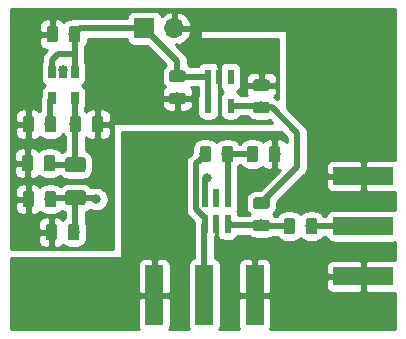
<source format=gbr>
G04 #@! TF.GenerationSoftware,KiCad,Pcbnew,(5.1.4)-1*
G04 #@! TF.CreationDate,2019-09-17T16:36:48-04:00*
G04 #@! TF.ProjectId,amplifier,616d706c-6966-4696-9572-2e6b69636164,rev?*
G04 #@! TF.SameCoordinates,Original*
G04 #@! TF.FileFunction,Copper,L1,Top*
G04 #@! TF.FilePolarity,Positive*
%FSLAX46Y46*%
G04 Gerber Fmt 4.6, Leading zero omitted, Abs format (unit mm)*
G04 Created by KiCad (PCBNEW (5.1.4)-1) date 2019-09-17 16:36:48*
%MOMM*%
%LPD*%
G04 APERTURE LIST*
%ADD10R,0.650000X1.060000*%
%ADD11R,0.558800X1.270000*%
%ADD12C,0.100000*%
%ADD13C,0.975000*%
%ADD14C,1.250000*%
%ADD15O,1.700000X1.700000*%
%ADD16R,1.700000X1.700000*%
%ADD17R,1.500000X5.080000*%
%ADD18R,5.080000X1.500000*%
%ADD19R,0.530800X1.511200*%
%ADD20C,0.800000*%
%ADD21C,0.500000*%
%ADD22C,0.254000*%
G04 APERTURE END LIST*
D10*
X118552000Y-68156000D03*
X116652000Y-68156000D03*
X116652000Y-65956000D03*
X117602000Y-65956000D03*
X118552000Y-65956000D03*
D11*
X131762500Y-68783200D03*
X129857500Y-68783200D03*
X129857500Y-66344800D03*
X130810000Y-66344800D03*
X131762500Y-66344800D03*
D12*
G36*
X135746642Y-72199174D02*
G01*
X135770303Y-72202684D01*
X135793507Y-72208496D01*
X135816029Y-72216554D01*
X135837653Y-72226782D01*
X135858170Y-72239079D01*
X135877383Y-72253329D01*
X135895107Y-72269393D01*
X135911171Y-72287117D01*
X135925421Y-72306330D01*
X135937718Y-72326847D01*
X135947946Y-72348471D01*
X135956004Y-72370993D01*
X135961816Y-72394197D01*
X135965326Y-72417858D01*
X135966500Y-72441750D01*
X135966500Y-73354250D01*
X135965326Y-73378142D01*
X135961816Y-73401803D01*
X135956004Y-73425007D01*
X135947946Y-73447529D01*
X135937718Y-73469153D01*
X135925421Y-73489670D01*
X135911171Y-73508883D01*
X135895107Y-73526607D01*
X135877383Y-73542671D01*
X135858170Y-73556921D01*
X135837653Y-73569218D01*
X135816029Y-73579446D01*
X135793507Y-73587504D01*
X135770303Y-73593316D01*
X135746642Y-73596826D01*
X135722750Y-73598000D01*
X135235250Y-73598000D01*
X135211358Y-73596826D01*
X135187697Y-73593316D01*
X135164493Y-73587504D01*
X135141971Y-73579446D01*
X135120347Y-73569218D01*
X135099830Y-73556921D01*
X135080617Y-73542671D01*
X135062893Y-73526607D01*
X135046829Y-73508883D01*
X135032579Y-73489670D01*
X135020282Y-73469153D01*
X135010054Y-73447529D01*
X135001996Y-73425007D01*
X134996184Y-73401803D01*
X134992674Y-73378142D01*
X134991500Y-73354250D01*
X134991500Y-72441750D01*
X134992674Y-72417858D01*
X134996184Y-72394197D01*
X135001996Y-72370993D01*
X135010054Y-72348471D01*
X135020282Y-72326847D01*
X135032579Y-72306330D01*
X135046829Y-72287117D01*
X135062893Y-72269393D01*
X135080617Y-72253329D01*
X135099830Y-72239079D01*
X135120347Y-72226782D01*
X135141971Y-72216554D01*
X135164493Y-72208496D01*
X135187697Y-72202684D01*
X135211358Y-72199174D01*
X135235250Y-72198000D01*
X135722750Y-72198000D01*
X135746642Y-72199174D01*
X135746642Y-72199174D01*
G37*
D13*
X135479000Y-72898000D03*
D12*
G36*
X133871642Y-72199174D02*
G01*
X133895303Y-72202684D01*
X133918507Y-72208496D01*
X133941029Y-72216554D01*
X133962653Y-72226782D01*
X133983170Y-72239079D01*
X134002383Y-72253329D01*
X134020107Y-72269393D01*
X134036171Y-72287117D01*
X134050421Y-72306330D01*
X134062718Y-72326847D01*
X134072946Y-72348471D01*
X134081004Y-72370993D01*
X134086816Y-72394197D01*
X134090326Y-72417858D01*
X134091500Y-72441750D01*
X134091500Y-73354250D01*
X134090326Y-73378142D01*
X134086816Y-73401803D01*
X134081004Y-73425007D01*
X134072946Y-73447529D01*
X134062718Y-73469153D01*
X134050421Y-73489670D01*
X134036171Y-73508883D01*
X134020107Y-73526607D01*
X134002383Y-73542671D01*
X133983170Y-73556921D01*
X133962653Y-73569218D01*
X133941029Y-73579446D01*
X133918507Y-73587504D01*
X133895303Y-73593316D01*
X133871642Y-73596826D01*
X133847750Y-73598000D01*
X133360250Y-73598000D01*
X133336358Y-73596826D01*
X133312697Y-73593316D01*
X133289493Y-73587504D01*
X133266971Y-73579446D01*
X133245347Y-73569218D01*
X133224830Y-73556921D01*
X133205617Y-73542671D01*
X133187893Y-73526607D01*
X133171829Y-73508883D01*
X133157579Y-73489670D01*
X133145282Y-73469153D01*
X133135054Y-73447529D01*
X133126996Y-73425007D01*
X133121184Y-73401803D01*
X133117674Y-73378142D01*
X133116500Y-73354250D01*
X133116500Y-72441750D01*
X133117674Y-72417858D01*
X133121184Y-72394197D01*
X133126996Y-72370993D01*
X133135054Y-72348471D01*
X133145282Y-72326847D01*
X133157579Y-72306330D01*
X133171829Y-72287117D01*
X133187893Y-72269393D01*
X133205617Y-72253329D01*
X133224830Y-72239079D01*
X133245347Y-72226782D01*
X133266971Y-72216554D01*
X133289493Y-72208496D01*
X133312697Y-72202684D01*
X133336358Y-72199174D01*
X133360250Y-72198000D01*
X133847750Y-72198000D01*
X133871642Y-72199174D01*
X133871642Y-72199174D01*
G37*
D13*
X133604000Y-72898000D03*
D12*
G36*
X129886142Y-72199174D02*
G01*
X129909803Y-72202684D01*
X129933007Y-72208496D01*
X129955529Y-72216554D01*
X129977153Y-72226782D01*
X129997670Y-72239079D01*
X130016883Y-72253329D01*
X130034607Y-72269393D01*
X130050671Y-72287117D01*
X130064921Y-72306330D01*
X130077218Y-72326847D01*
X130087446Y-72348471D01*
X130095504Y-72370993D01*
X130101316Y-72394197D01*
X130104826Y-72417858D01*
X130106000Y-72441750D01*
X130106000Y-73354250D01*
X130104826Y-73378142D01*
X130101316Y-73401803D01*
X130095504Y-73425007D01*
X130087446Y-73447529D01*
X130077218Y-73469153D01*
X130064921Y-73489670D01*
X130050671Y-73508883D01*
X130034607Y-73526607D01*
X130016883Y-73542671D01*
X129997670Y-73556921D01*
X129977153Y-73569218D01*
X129955529Y-73579446D01*
X129933007Y-73587504D01*
X129909803Y-73593316D01*
X129886142Y-73596826D01*
X129862250Y-73598000D01*
X129374750Y-73598000D01*
X129350858Y-73596826D01*
X129327197Y-73593316D01*
X129303993Y-73587504D01*
X129281471Y-73579446D01*
X129259847Y-73569218D01*
X129239330Y-73556921D01*
X129220117Y-73542671D01*
X129202393Y-73526607D01*
X129186329Y-73508883D01*
X129172079Y-73489670D01*
X129159782Y-73469153D01*
X129149554Y-73447529D01*
X129141496Y-73425007D01*
X129135684Y-73401803D01*
X129132174Y-73378142D01*
X129131000Y-73354250D01*
X129131000Y-72441750D01*
X129132174Y-72417858D01*
X129135684Y-72394197D01*
X129141496Y-72370993D01*
X129149554Y-72348471D01*
X129159782Y-72326847D01*
X129172079Y-72306330D01*
X129186329Y-72287117D01*
X129202393Y-72269393D01*
X129220117Y-72253329D01*
X129239330Y-72239079D01*
X129259847Y-72226782D01*
X129281471Y-72216554D01*
X129303993Y-72208496D01*
X129327197Y-72202684D01*
X129350858Y-72199174D01*
X129374750Y-72198000D01*
X129862250Y-72198000D01*
X129886142Y-72199174D01*
X129886142Y-72199174D01*
G37*
D13*
X129618500Y-72898000D03*
D12*
G36*
X131761142Y-72199174D02*
G01*
X131784803Y-72202684D01*
X131808007Y-72208496D01*
X131830529Y-72216554D01*
X131852153Y-72226782D01*
X131872670Y-72239079D01*
X131891883Y-72253329D01*
X131909607Y-72269393D01*
X131925671Y-72287117D01*
X131939921Y-72306330D01*
X131952218Y-72326847D01*
X131962446Y-72348471D01*
X131970504Y-72370993D01*
X131976316Y-72394197D01*
X131979826Y-72417858D01*
X131981000Y-72441750D01*
X131981000Y-73354250D01*
X131979826Y-73378142D01*
X131976316Y-73401803D01*
X131970504Y-73425007D01*
X131962446Y-73447529D01*
X131952218Y-73469153D01*
X131939921Y-73489670D01*
X131925671Y-73508883D01*
X131909607Y-73526607D01*
X131891883Y-73542671D01*
X131872670Y-73556921D01*
X131852153Y-73569218D01*
X131830529Y-73579446D01*
X131808007Y-73587504D01*
X131784803Y-73593316D01*
X131761142Y-73596826D01*
X131737250Y-73598000D01*
X131249750Y-73598000D01*
X131225858Y-73596826D01*
X131202197Y-73593316D01*
X131178993Y-73587504D01*
X131156471Y-73579446D01*
X131134847Y-73569218D01*
X131114330Y-73556921D01*
X131095117Y-73542671D01*
X131077393Y-73526607D01*
X131061329Y-73508883D01*
X131047079Y-73489670D01*
X131034782Y-73469153D01*
X131024554Y-73447529D01*
X131016496Y-73425007D01*
X131010684Y-73401803D01*
X131007174Y-73378142D01*
X131006000Y-73354250D01*
X131006000Y-72441750D01*
X131007174Y-72417858D01*
X131010684Y-72394197D01*
X131016496Y-72370993D01*
X131024554Y-72348471D01*
X131034782Y-72326847D01*
X131047079Y-72306330D01*
X131061329Y-72287117D01*
X131077393Y-72269393D01*
X131095117Y-72253329D01*
X131114330Y-72239079D01*
X131134847Y-72226782D01*
X131156471Y-72216554D01*
X131178993Y-72208496D01*
X131202197Y-72202684D01*
X131225858Y-72199174D01*
X131249750Y-72198000D01*
X131737250Y-72198000D01*
X131761142Y-72199174D01*
X131761142Y-72199174D01*
G37*
D13*
X131493500Y-72898000D03*
D12*
G36*
X134846142Y-76554174D02*
G01*
X134869803Y-76557684D01*
X134893007Y-76563496D01*
X134915529Y-76571554D01*
X134937153Y-76581782D01*
X134957670Y-76594079D01*
X134976883Y-76608329D01*
X134994607Y-76624393D01*
X135010671Y-76642117D01*
X135024921Y-76661330D01*
X135037218Y-76681847D01*
X135047446Y-76703471D01*
X135055504Y-76725993D01*
X135061316Y-76749197D01*
X135064826Y-76772858D01*
X135066000Y-76796750D01*
X135066000Y-77284250D01*
X135064826Y-77308142D01*
X135061316Y-77331803D01*
X135055504Y-77355007D01*
X135047446Y-77377529D01*
X135037218Y-77399153D01*
X135024921Y-77419670D01*
X135010671Y-77438883D01*
X134994607Y-77456607D01*
X134976883Y-77472671D01*
X134957670Y-77486921D01*
X134937153Y-77499218D01*
X134915529Y-77509446D01*
X134893007Y-77517504D01*
X134869803Y-77523316D01*
X134846142Y-77526826D01*
X134822250Y-77528000D01*
X133909750Y-77528000D01*
X133885858Y-77526826D01*
X133862197Y-77523316D01*
X133838993Y-77517504D01*
X133816471Y-77509446D01*
X133794847Y-77499218D01*
X133774330Y-77486921D01*
X133755117Y-77472671D01*
X133737393Y-77456607D01*
X133721329Y-77438883D01*
X133707079Y-77419670D01*
X133694782Y-77399153D01*
X133684554Y-77377529D01*
X133676496Y-77355007D01*
X133670684Y-77331803D01*
X133667174Y-77308142D01*
X133666000Y-77284250D01*
X133666000Y-76796750D01*
X133667174Y-76772858D01*
X133670684Y-76749197D01*
X133676496Y-76725993D01*
X133684554Y-76703471D01*
X133694782Y-76681847D01*
X133707079Y-76661330D01*
X133721329Y-76642117D01*
X133737393Y-76624393D01*
X133755117Y-76608329D01*
X133774330Y-76594079D01*
X133794847Y-76581782D01*
X133816471Y-76571554D01*
X133838993Y-76563496D01*
X133862197Y-76557684D01*
X133885858Y-76554174D01*
X133909750Y-76553000D01*
X134822250Y-76553000D01*
X134846142Y-76554174D01*
X134846142Y-76554174D01*
G37*
D13*
X134366000Y-77040500D03*
D12*
G36*
X134846142Y-78429174D02*
G01*
X134869803Y-78432684D01*
X134893007Y-78438496D01*
X134915529Y-78446554D01*
X134937153Y-78456782D01*
X134957670Y-78469079D01*
X134976883Y-78483329D01*
X134994607Y-78499393D01*
X135010671Y-78517117D01*
X135024921Y-78536330D01*
X135037218Y-78556847D01*
X135047446Y-78578471D01*
X135055504Y-78600993D01*
X135061316Y-78624197D01*
X135064826Y-78647858D01*
X135066000Y-78671750D01*
X135066000Y-79159250D01*
X135064826Y-79183142D01*
X135061316Y-79206803D01*
X135055504Y-79230007D01*
X135047446Y-79252529D01*
X135037218Y-79274153D01*
X135024921Y-79294670D01*
X135010671Y-79313883D01*
X134994607Y-79331607D01*
X134976883Y-79347671D01*
X134957670Y-79361921D01*
X134937153Y-79374218D01*
X134915529Y-79384446D01*
X134893007Y-79392504D01*
X134869803Y-79398316D01*
X134846142Y-79401826D01*
X134822250Y-79403000D01*
X133909750Y-79403000D01*
X133885858Y-79401826D01*
X133862197Y-79398316D01*
X133838993Y-79392504D01*
X133816471Y-79384446D01*
X133794847Y-79374218D01*
X133774330Y-79361921D01*
X133755117Y-79347671D01*
X133737393Y-79331607D01*
X133721329Y-79313883D01*
X133707079Y-79294670D01*
X133694782Y-79274153D01*
X133684554Y-79252529D01*
X133676496Y-79230007D01*
X133670684Y-79206803D01*
X133667174Y-79183142D01*
X133666000Y-79159250D01*
X133666000Y-78671750D01*
X133667174Y-78647858D01*
X133670684Y-78624197D01*
X133676496Y-78600993D01*
X133684554Y-78578471D01*
X133694782Y-78556847D01*
X133707079Y-78536330D01*
X133721329Y-78517117D01*
X133737393Y-78499393D01*
X133755117Y-78483329D01*
X133774330Y-78469079D01*
X133794847Y-78456782D01*
X133816471Y-78446554D01*
X133838993Y-78438496D01*
X133862197Y-78432684D01*
X133885858Y-78429174D01*
X133909750Y-78428000D01*
X134822250Y-78428000D01*
X134846142Y-78429174D01*
X134846142Y-78429174D01*
G37*
D13*
X134366000Y-78915500D03*
D12*
G36*
X138873142Y-78295174D02*
G01*
X138896803Y-78298684D01*
X138920007Y-78304496D01*
X138942529Y-78312554D01*
X138964153Y-78322782D01*
X138984670Y-78335079D01*
X139003883Y-78349329D01*
X139021607Y-78365393D01*
X139037671Y-78383117D01*
X139051921Y-78402330D01*
X139064218Y-78422847D01*
X139074446Y-78444471D01*
X139082504Y-78466993D01*
X139088316Y-78490197D01*
X139091826Y-78513858D01*
X139093000Y-78537750D01*
X139093000Y-79450250D01*
X139091826Y-79474142D01*
X139088316Y-79497803D01*
X139082504Y-79521007D01*
X139074446Y-79543529D01*
X139064218Y-79565153D01*
X139051921Y-79585670D01*
X139037671Y-79604883D01*
X139021607Y-79622607D01*
X139003883Y-79638671D01*
X138984670Y-79652921D01*
X138964153Y-79665218D01*
X138942529Y-79675446D01*
X138920007Y-79683504D01*
X138896803Y-79689316D01*
X138873142Y-79692826D01*
X138849250Y-79694000D01*
X138361750Y-79694000D01*
X138337858Y-79692826D01*
X138314197Y-79689316D01*
X138290993Y-79683504D01*
X138268471Y-79675446D01*
X138246847Y-79665218D01*
X138226330Y-79652921D01*
X138207117Y-79638671D01*
X138189393Y-79622607D01*
X138173329Y-79604883D01*
X138159079Y-79585670D01*
X138146782Y-79565153D01*
X138136554Y-79543529D01*
X138128496Y-79521007D01*
X138122684Y-79497803D01*
X138119174Y-79474142D01*
X138118000Y-79450250D01*
X138118000Y-78537750D01*
X138119174Y-78513858D01*
X138122684Y-78490197D01*
X138128496Y-78466993D01*
X138136554Y-78444471D01*
X138146782Y-78422847D01*
X138159079Y-78402330D01*
X138173329Y-78383117D01*
X138189393Y-78365393D01*
X138207117Y-78349329D01*
X138226330Y-78335079D01*
X138246847Y-78322782D01*
X138268471Y-78312554D01*
X138290993Y-78304496D01*
X138314197Y-78298684D01*
X138337858Y-78295174D01*
X138361750Y-78294000D01*
X138849250Y-78294000D01*
X138873142Y-78295174D01*
X138873142Y-78295174D01*
G37*
D13*
X138605500Y-78994000D03*
D12*
G36*
X136998142Y-78295174D02*
G01*
X137021803Y-78298684D01*
X137045007Y-78304496D01*
X137067529Y-78312554D01*
X137089153Y-78322782D01*
X137109670Y-78335079D01*
X137128883Y-78349329D01*
X137146607Y-78365393D01*
X137162671Y-78383117D01*
X137176921Y-78402330D01*
X137189218Y-78422847D01*
X137199446Y-78444471D01*
X137207504Y-78466993D01*
X137213316Y-78490197D01*
X137216826Y-78513858D01*
X137218000Y-78537750D01*
X137218000Y-79450250D01*
X137216826Y-79474142D01*
X137213316Y-79497803D01*
X137207504Y-79521007D01*
X137199446Y-79543529D01*
X137189218Y-79565153D01*
X137176921Y-79585670D01*
X137162671Y-79604883D01*
X137146607Y-79622607D01*
X137128883Y-79638671D01*
X137109670Y-79652921D01*
X137089153Y-79665218D01*
X137067529Y-79675446D01*
X137045007Y-79683504D01*
X137021803Y-79689316D01*
X136998142Y-79692826D01*
X136974250Y-79694000D01*
X136486750Y-79694000D01*
X136462858Y-79692826D01*
X136439197Y-79689316D01*
X136415993Y-79683504D01*
X136393471Y-79675446D01*
X136371847Y-79665218D01*
X136351330Y-79652921D01*
X136332117Y-79638671D01*
X136314393Y-79622607D01*
X136298329Y-79604883D01*
X136284079Y-79585670D01*
X136271782Y-79565153D01*
X136261554Y-79543529D01*
X136253496Y-79521007D01*
X136247684Y-79497803D01*
X136244174Y-79474142D01*
X136243000Y-79450250D01*
X136243000Y-78537750D01*
X136244174Y-78513858D01*
X136247684Y-78490197D01*
X136253496Y-78466993D01*
X136261554Y-78444471D01*
X136271782Y-78422847D01*
X136284079Y-78402330D01*
X136298329Y-78383117D01*
X136314393Y-78365393D01*
X136332117Y-78349329D01*
X136351330Y-78335079D01*
X136371847Y-78322782D01*
X136393471Y-78312554D01*
X136415993Y-78304496D01*
X136439197Y-78298684D01*
X136462858Y-78295174D01*
X136486750Y-78294000D01*
X136974250Y-78294000D01*
X136998142Y-78295174D01*
X136998142Y-78295174D01*
G37*
D13*
X136730500Y-78994000D03*
D12*
G36*
X119267504Y-75960204D02*
G01*
X119291773Y-75963804D01*
X119315571Y-75969765D01*
X119338671Y-75978030D01*
X119360849Y-75988520D01*
X119381893Y-76001133D01*
X119401598Y-76015747D01*
X119419777Y-76032223D01*
X119436253Y-76050402D01*
X119450867Y-76070107D01*
X119463480Y-76091151D01*
X119473970Y-76113329D01*
X119482235Y-76136429D01*
X119488196Y-76160227D01*
X119491796Y-76184496D01*
X119493000Y-76209000D01*
X119493000Y-76959000D01*
X119491796Y-76983504D01*
X119488196Y-77007773D01*
X119482235Y-77031571D01*
X119473970Y-77054671D01*
X119463480Y-77076849D01*
X119450867Y-77097893D01*
X119436253Y-77117598D01*
X119419777Y-77135777D01*
X119401598Y-77152253D01*
X119381893Y-77166867D01*
X119360849Y-77179480D01*
X119338671Y-77189970D01*
X119315571Y-77198235D01*
X119291773Y-77204196D01*
X119267504Y-77207796D01*
X119243000Y-77209000D01*
X117993000Y-77209000D01*
X117968496Y-77207796D01*
X117944227Y-77204196D01*
X117920429Y-77198235D01*
X117897329Y-77189970D01*
X117875151Y-77179480D01*
X117854107Y-77166867D01*
X117834402Y-77152253D01*
X117816223Y-77135777D01*
X117799747Y-77117598D01*
X117785133Y-77097893D01*
X117772520Y-77076849D01*
X117762030Y-77054671D01*
X117753765Y-77031571D01*
X117747804Y-77007773D01*
X117744204Y-76983504D01*
X117743000Y-76959000D01*
X117743000Y-76209000D01*
X117744204Y-76184496D01*
X117747804Y-76160227D01*
X117753765Y-76136429D01*
X117762030Y-76113329D01*
X117772520Y-76091151D01*
X117785133Y-76070107D01*
X117799747Y-76050402D01*
X117816223Y-76032223D01*
X117834402Y-76015747D01*
X117854107Y-76001133D01*
X117875151Y-75988520D01*
X117897329Y-75978030D01*
X117920429Y-75969765D01*
X117944227Y-75963804D01*
X117968496Y-75960204D01*
X117993000Y-75959000D01*
X119243000Y-75959000D01*
X119267504Y-75960204D01*
X119267504Y-75960204D01*
G37*
D14*
X118618000Y-76584000D03*
D12*
G36*
X119267504Y-73160204D02*
G01*
X119291773Y-73163804D01*
X119315571Y-73169765D01*
X119338671Y-73178030D01*
X119360849Y-73188520D01*
X119381893Y-73201133D01*
X119401598Y-73215747D01*
X119419777Y-73232223D01*
X119436253Y-73250402D01*
X119450867Y-73270107D01*
X119463480Y-73291151D01*
X119473970Y-73313329D01*
X119482235Y-73336429D01*
X119488196Y-73360227D01*
X119491796Y-73384496D01*
X119493000Y-73409000D01*
X119493000Y-74159000D01*
X119491796Y-74183504D01*
X119488196Y-74207773D01*
X119482235Y-74231571D01*
X119473970Y-74254671D01*
X119463480Y-74276849D01*
X119450867Y-74297893D01*
X119436253Y-74317598D01*
X119419777Y-74335777D01*
X119401598Y-74352253D01*
X119381893Y-74366867D01*
X119360849Y-74379480D01*
X119338671Y-74389970D01*
X119315571Y-74398235D01*
X119291773Y-74404196D01*
X119267504Y-74407796D01*
X119243000Y-74409000D01*
X117993000Y-74409000D01*
X117968496Y-74407796D01*
X117944227Y-74404196D01*
X117920429Y-74398235D01*
X117897329Y-74389970D01*
X117875151Y-74379480D01*
X117854107Y-74366867D01*
X117834402Y-74352253D01*
X117816223Y-74335777D01*
X117799747Y-74317598D01*
X117785133Y-74297893D01*
X117772520Y-74276849D01*
X117762030Y-74254671D01*
X117753765Y-74231571D01*
X117747804Y-74207773D01*
X117744204Y-74183504D01*
X117743000Y-74159000D01*
X117743000Y-73409000D01*
X117744204Y-73384496D01*
X117747804Y-73360227D01*
X117753765Y-73336429D01*
X117762030Y-73313329D01*
X117772520Y-73291151D01*
X117785133Y-73270107D01*
X117799747Y-73250402D01*
X117816223Y-73232223D01*
X117834402Y-73215747D01*
X117854107Y-73201133D01*
X117875151Y-73188520D01*
X117897329Y-73178030D01*
X117920429Y-73169765D01*
X117944227Y-73163804D01*
X117968496Y-73160204D01*
X117993000Y-73159000D01*
X119243000Y-73159000D01*
X119267504Y-73160204D01*
X119267504Y-73160204D01*
G37*
D14*
X118618000Y-73784000D03*
D15*
X127000000Y-62230000D03*
D16*
X124460000Y-62230000D03*
D17*
X129540000Y-84836000D03*
X133790000Y-84836000D03*
X125290000Y-84836000D03*
D18*
X143002000Y-78994000D03*
X143002000Y-74744000D03*
X143002000Y-83244000D03*
D12*
G36*
X116853642Y-78803174D02*
G01*
X116877303Y-78806684D01*
X116900507Y-78812496D01*
X116923029Y-78820554D01*
X116944653Y-78830782D01*
X116965170Y-78843079D01*
X116984383Y-78857329D01*
X117002107Y-78873393D01*
X117018171Y-78891117D01*
X117032421Y-78910330D01*
X117044718Y-78930847D01*
X117054946Y-78952471D01*
X117063004Y-78974993D01*
X117068816Y-78998197D01*
X117072326Y-79021858D01*
X117073500Y-79045750D01*
X117073500Y-79958250D01*
X117072326Y-79982142D01*
X117068816Y-80005803D01*
X117063004Y-80029007D01*
X117054946Y-80051529D01*
X117044718Y-80073153D01*
X117032421Y-80093670D01*
X117018171Y-80112883D01*
X117002107Y-80130607D01*
X116984383Y-80146671D01*
X116965170Y-80160921D01*
X116944653Y-80173218D01*
X116923029Y-80183446D01*
X116900507Y-80191504D01*
X116877303Y-80197316D01*
X116853642Y-80200826D01*
X116829750Y-80202000D01*
X116342250Y-80202000D01*
X116318358Y-80200826D01*
X116294697Y-80197316D01*
X116271493Y-80191504D01*
X116248971Y-80183446D01*
X116227347Y-80173218D01*
X116206830Y-80160921D01*
X116187617Y-80146671D01*
X116169893Y-80130607D01*
X116153829Y-80112883D01*
X116139579Y-80093670D01*
X116127282Y-80073153D01*
X116117054Y-80051529D01*
X116108996Y-80029007D01*
X116103184Y-80005803D01*
X116099674Y-79982142D01*
X116098500Y-79958250D01*
X116098500Y-79045750D01*
X116099674Y-79021858D01*
X116103184Y-78998197D01*
X116108996Y-78974993D01*
X116117054Y-78952471D01*
X116127282Y-78930847D01*
X116139579Y-78910330D01*
X116153829Y-78891117D01*
X116169893Y-78873393D01*
X116187617Y-78857329D01*
X116206830Y-78843079D01*
X116227347Y-78830782D01*
X116248971Y-78820554D01*
X116271493Y-78812496D01*
X116294697Y-78806684D01*
X116318358Y-78803174D01*
X116342250Y-78802000D01*
X116829750Y-78802000D01*
X116853642Y-78803174D01*
X116853642Y-78803174D01*
G37*
D13*
X116586000Y-79502000D03*
D12*
G36*
X118728642Y-78803174D02*
G01*
X118752303Y-78806684D01*
X118775507Y-78812496D01*
X118798029Y-78820554D01*
X118819653Y-78830782D01*
X118840170Y-78843079D01*
X118859383Y-78857329D01*
X118877107Y-78873393D01*
X118893171Y-78891117D01*
X118907421Y-78910330D01*
X118919718Y-78930847D01*
X118929946Y-78952471D01*
X118938004Y-78974993D01*
X118943816Y-78998197D01*
X118947326Y-79021858D01*
X118948500Y-79045750D01*
X118948500Y-79958250D01*
X118947326Y-79982142D01*
X118943816Y-80005803D01*
X118938004Y-80029007D01*
X118929946Y-80051529D01*
X118919718Y-80073153D01*
X118907421Y-80093670D01*
X118893171Y-80112883D01*
X118877107Y-80130607D01*
X118859383Y-80146671D01*
X118840170Y-80160921D01*
X118819653Y-80173218D01*
X118798029Y-80183446D01*
X118775507Y-80191504D01*
X118752303Y-80197316D01*
X118728642Y-80200826D01*
X118704750Y-80202000D01*
X118217250Y-80202000D01*
X118193358Y-80200826D01*
X118169697Y-80197316D01*
X118146493Y-80191504D01*
X118123971Y-80183446D01*
X118102347Y-80173218D01*
X118081830Y-80160921D01*
X118062617Y-80146671D01*
X118044893Y-80130607D01*
X118028829Y-80112883D01*
X118014579Y-80093670D01*
X118002282Y-80073153D01*
X117992054Y-80051529D01*
X117983996Y-80029007D01*
X117978184Y-80005803D01*
X117974674Y-79982142D01*
X117973500Y-79958250D01*
X117973500Y-79045750D01*
X117974674Y-79021858D01*
X117978184Y-78998197D01*
X117983996Y-78974993D01*
X117992054Y-78952471D01*
X118002282Y-78930847D01*
X118014579Y-78910330D01*
X118028829Y-78891117D01*
X118044893Y-78873393D01*
X118062617Y-78857329D01*
X118081830Y-78843079D01*
X118102347Y-78830782D01*
X118123971Y-78820554D01*
X118146493Y-78812496D01*
X118169697Y-78806684D01*
X118193358Y-78803174D01*
X118217250Y-78802000D01*
X118704750Y-78802000D01*
X118728642Y-78803174D01*
X118728642Y-78803174D01*
G37*
D13*
X118461000Y-79502000D03*
D12*
G36*
X114900142Y-76009174D02*
G01*
X114923803Y-76012684D01*
X114947007Y-76018496D01*
X114969529Y-76026554D01*
X114991153Y-76036782D01*
X115011670Y-76049079D01*
X115030883Y-76063329D01*
X115048607Y-76079393D01*
X115064671Y-76097117D01*
X115078921Y-76116330D01*
X115091218Y-76136847D01*
X115101446Y-76158471D01*
X115109504Y-76180993D01*
X115115316Y-76204197D01*
X115118826Y-76227858D01*
X115120000Y-76251750D01*
X115120000Y-77164250D01*
X115118826Y-77188142D01*
X115115316Y-77211803D01*
X115109504Y-77235007D01*
X115101446Y-77257529D01*
X115091218Y-77279153D01*
X115078921Y-77299670D01*
X115064671Y-77318883D01*
X115048607Y-77336607D01*
X115030883Y-77352671D01*
X115011670Y-77366921D01*
X114991153Y-77379218D01*
X114969529Y-77389446D01*
X114947007Y-77397504D01*
X114923803Y-77403316D01*
X114900142Y-77406826D01*
X114876250Y-77408000D01*
X114388750Y-77408000D01*
X114364858Y-77406826D01*
X114341197Y-77403316D01*
X114317993Y-77397504D01*
X114295471Y-77389446D01*
X114273847Y-77379218D01*
X114253330Y-77366921D01*
X114234117Y-77352671D01*
X114216393Y-77336607D01*
X114200329Y-77318883D01*
X114186079Y-77299670D01*
X114173782Y-77279153D01*
X114163554Y-77257529D01*
X114155496Y-77235007D01*
X114149684Y-77211803D01*
X114146174Y-77188142D01*
X114145000Y-77164250D01*
X114145000Y-76251750D01*
X114146174Y-76227858D01*
X114149684Y-76204197D01*
X114155496Y-76180993D01*
X114163554Y-76158471D01*
X114173782Y-76136847D01*
X114186079Y-76116330D01*
X114200329Y-76097117D01*
X114216393Y-76079393D01*
X114234117Y-76063329D01*
X114253330Y-76049079D01*
X114273847Y-76036782D01*
X114295471Y-76026554D01*
X114317993Y-76018496D01*
X114341197Y-76012684D01*
X114364858Y-76009174D01*
X114388750Y-76008000D01*
X114876250Y-76008000D01*
X114900142Y-76009174D01*
X114900142Y-76009174D01*
G37*
D13*
X114632500Y-76708000D03*
D12*
G36*
X116775142Y-76009174D02*
G01*
X116798803Y-76012684D01*
X116822007Y-76018496D01*
X116844529Y-76026554D01*
X116866153Y-76036782D01*
X116886670Y-76049079D01*
X116905883Y-76063329D01*
X116923607Y-76079393D01*
X116939671Y-76097117D01*
X116953921Y-76116330D01*
X116966218Y-76136847D01*
X116976446Y-76158471D01*
X116984504Y-76180993D01*
X116990316Y-76204197D01*
X116993826Y-76227858D01*
X116995000Y-76251750D01*
X116995000Y-77164250D01*
X116993826Y-77188142D01*
X116990316Y-77211803D01*
X116984504Y-77235007D01*
X116976446Y-77257529D01*
X116966218Y-77279153D01*
X116953921Y-77299670D01*
X116939671Y-77318883D01*
X116923607Y-77336607D01*
X116905883Y-77352671D01*
X116886670Y-77366921D01*
X116866153Y-77379218D01*
X116844529Y-77389446D01*
X116822007Y-77397504D01*
X116798803Y-77403316D01*
X116775142Y-77406826D01*
X116751250Y-77408000D01*
X116263750Y-77408000D01*
X116239858Y-77406826D01*
X116216197Y-77403316D01*
X116192993Y-77397504D01*
X116170471Y-77389446D01*
X116148847Y-77379218D01*
X116128330Y-77366921D01*
X116109117Y-77352671D01*
X116091393Y-77336607D01*
X116075329Y-77318883D01*
X116061079Y-77299670D01*
X116048782Y-77279153D01*
X116038554Y-77257529D01*
X116030496Y-77235007D01*
X116024684Y-77211803D01*
X116021174Y-77188142D01*
X116020000Y-77164250D01*
X116020000Y-76251750D01*
X116021174Y-76227858D01*
X116024684Y-76204197D01*
X116030496Y-76180993D01*
X116038554Y-76158471D01*
X116048782Y-76136847D01*
X116061079Y-76116330D01*
X116075329Y-76097117D01*
X116091393Y-76079393D01*
X116109117Y-76063329D01*
X116128330Y-76049079D01*
X116148847Y-76036782D01*
X116170471Y-76026554D01*
X116192993Y-76018496D01*
X116216197Y-76012684D01*
X116239858Y-76009174D01*
X116263750Y-76008000D01*
X116751250Y-76008000D01*
X116775142Y-76009174D01*
X116775142Y-76009174D01*
G37*
D13*
X116507500Y-76708000D03*
D12*
G36*
X114821642Y-72961174D02*
G01*
X114845303Y-72964684D01*
X114868507Y-72970496D01*
X114891029Y-72978554D01*
X114912653Y-72988782D01*
X114933170Y-73001079D01*
X114952383Y-73015329D01*
X114970107Y-73031393D01*
X114986171Y-73049117D01*
X115000421Y-73068330D01*
X115012718Y-73088847D01*
X115022946Y-73110471D01*
X115031004Y-73132993D01*
X115036816Y-73156197D01*
X115040326Y-73179858D01*
X115041500Y-73203750D01*
X115041500Y-74116250D01*
X115040326Y-74140142D01*
X115036816Y-74163803D01*
X115031004Y-74187007D01*
X115022946Y-74209529D01*
X115012718Y-74231153D01*
X115000421Y-74251670D01*
X114986171Y-74270883D01*
X114970107Y-74288607D01*
X114952383Y-74304671D01*
X114933170Y-74318921D01*
X114912653Y-74331218D01*
X114891029Y-74341446D01*
X114868507Y-74349504D01*
X114845303Y-74355316D01*
X114821642Y-74358826D01*
X114797750Y-74360000D01*
X114310250Y-74360000D01*
X114286358Y-74358826D01*
X114262697Y-74355316D01*
X114239493Y-74349504D01*
X114216971Y-74341446D01*
X114195347Y-74331218D01*
X114174830Y-74318921D01*
X114155617Y-74304671D01*
X114137893Y-74288607D01*
X114121829Y-74270883D01*
X114107579Y-74251670D01*
X114095282Y-74231153D01*
X114085054Y-74209529D01*
X114076996Y-74187007D01*
X114071184Y-74163803D01*
X114067674Y-74140142D01*
X114066500Y-74116250D01*
X114066500Y-73203750D01*
X114067674Y-73179858D01*
X114071184Y-73156197D01*
X114076996Y-73132993D01*
X114085054Y-73110471D01*
X114095282Y-73088847D01*
X114107579Y-73068330D01*
X114121829Y-73049117D01*
X114137893Y-73031393D01*
X114155617Y-73015329D01*
X114174830Y-73001079D01*
X114195347Y-72988782D01*
X114216971Y-72978554D01*
X114239493Y-72970496D01*
X114262697Y-72964684D01*
X114286358Y-72961174D01*
X114310250Y-72960000D01*
X114797750Y-72960000D01*
X114821642Y-72961174D01*
X114821642Y-72961174D01*
G37*
D13*
X114554000Y-73660000D03*
D12*
G36*
X116696642Y-72961174D02*
G01*
X116720303Y-72964684D01*
X116743507Y-72970496D01*
X116766029Y-72978554D01*
X116787653Y-72988782D01*
X116808170Y-73001079D01*
X116827383Y-73015329D01*
X116845107Y-73031393D01*
X116861171Y-73049117D01*
X116875421Y-73068330D01*
X116887718Y-73088847D01*
X116897946Y-73110471D01*
X116906004Y-73132993D01*
X116911816Y-73156197D01*
X116915326Y-73179858D01*
X116916500Y-73203750D01*
X116916500Y-74116250D01*
X116915326Y-74140142D01*
X116911816Y-74163803D01*
X116906004Y-74187007D01*
X116897946Y-74209529D01*
X116887718Y-74231153D01*
X116875421Y-74251670D01*
X116861171Y-74270883D01*
X116845107Y-74288607D01*
X116827383Y-74304671D01*
X116808170Y-74318921D01*
X116787653Y-74331218D01*
X116766029Y-74341446D01*
X116743507Y-74349504D01*
X116720303Y-74355316D01*
X116696642Y-74358826D01*
X116672750Y-74360000D01*
X116185250Y-74360000D01*
X116161358Y-74358826D01*
X116137697Y-74355316D01*
X116114493Y-74349504D01*
X116091971Y-74341446D01*
X116070347Y-74331218D01*
X116049830Y-74318921D01*
X116030617Y-74304671D01*
X116012893Y-74288607D01*
X115996829Y-74270883D01*
X115982579Y-74251670D01*
X115970282Y-74231153D01*
X115960054Y-74209529D01*
X115951996Y-74187007D01*
X115946184Y-74163803D01*
X115942674Y-74140142D01*
X115941500Y-74116250D01*
X115941500Y-73203750D01*
X115942674Y-73179858D01*
X115946184Y-73156197D01*
X115951996Y-73132993D01*
X115960054Y-73110471D01*
X115970282Y-73088847D01*
X115982579Y-73068330D01*
X115996829Y-73049117D01*
X116012893Y-73031393D01*
X116030617Y-73015329D01*
X116049830Y-73001079D01*
X116070347Y-72988782D01*
X116091971Y-72978554D01*
X116114493Y-72970496D01*
X116137697Y-72964684D01*
X116161358Y-72961174D01*
X116185250Y-72960000D01*
X116672750Y-72960000D01*
X116696642Y-72961174D01*
X116696642Y-72961174D01*
G37*
D13*
X116429000Y-73660000D03*
D12*
G36*
X120760642Y-69659174D02*
G01*
X120784303Y-69662684D01*
X120807507Y-69668496D01*
X120830029Y-69676554D01*
X120851653Y-69686782D01*
X120872170Y-69699079D01*
X120891383Y-69713329D01*
X120909107Y-69729393D01*
X120925171Y-69747117D01*
X120939421Y-69766330D01*
X120951718Y-69786847D01*
X120961946Y-69808471D01*
X120970004Y-69830993D01*
X120975816Y-69854197D01*
X120979326Y-69877858D01*
X120980500Y-69901750D01*
X120980500Y-70814250D01*
X120979326Y-70838142D01*
X120975816Y-70861803D01*
X120970004Y-70885007D01*
X120961946Y-70907529D01*
X120951718Y-70929153D01*
X120939421Y-70949670D01*
X120925171Y-70968883D01*
X120909107Y-70986607D01*
X120891383Y-71002671D01*
X120872170Y-71016921D01*
X120851653Y-71029218D01*
X120830029Y-71039446D01*
X120807507Y-71047504D01*
X120784303Y-71053316D01*
X120760642Y-71056826D01*
X120736750Y-71058000D01*
X120249250Y-71058000D01*
X120225358Y-71056826D01*
X120201697Y-71053316D01*
X120178493Y-71047504D01*
X120155971Y-71039446D01*
X120134347Y-71029218D01*
X120113830Y-71016921D01*
X120094617Y-71002671D01*
X120076893Y-70986607D01*
X120060829Y-70968883D01*
X120046579Y-70949670D01*
X120034282Y-70929153D01*
X120024054Y-70907529D01*
X120015996Y-70885007D01*
X120010184Y-70861803D01*
X120006674Y-70838142D01*
X120005500Y-70814250D01*
X120005500Y-69901750D01*
X120006674Y-69877858D01*
X120010184Y-69854197D01*
X120015996Y-69830993D01*
X120024054Y-69808471D01*
X120034282Y-69786847D01*
X120046579Y-69766330D01*
X120060829Y-69747117D01*
X120076893Y-69729393D01*
X120094617Y-69713329D01*
X120113830Y-69699079D01*
X120134347Y-69686782D01*
X120155971Y-69676554D01*
X120178493Y-69668496D01*
X120201697Y-69662684D01*
X120225358Y-69659174D01*
X120249250Y-69658000D01*
X120736750Y-69658000D01*
X120760642Y-69659174D01*
X120760642Y-69659174D01*
G37*
D13*
X120493000Y-70358000D03*
D12*
G36*
X118885642Y-69659174D02*
G01*
X118909303Y-69662684D01*
X118932507Y-69668496D01*
X118955029Y-69676554D01*
X118976653Y-69686782D01*
X118997170Y-69699079D01*
X119016383Y-69713329D01*
X119034107Y-69729393D01*
X119050171Y-69747117D01*
X119064421Y-69766330D01*
X119076718Y-69786847D01*
X119086946Y-69808471D01*
X119095004Y-69830993D01*
X119100816Y-69854197D01*
X119104326Y-69877858D01*
X119105500Y-69901750D01*
X119105500Y-70814250D01*
X119104326Y-70838142D01*
X119100816Y-70861803D01*
X119095004Y-70885007D01*
X119086946Y-70907529D01*
X119076718Y-70929153D01*
X119064421Y-70949670D01*
X119050171Y-70968883D01*
X119034107Y-70986607D01*
X119016383Y-71002671D01*
X118997170Y-71016921D01*
X118976653Y-71029218D01*
X118955029Y-71039446D01*
X118932507Y-71047504D01*
X118909303Y-71053316D01*
X118885642Y-71056826D01*
X118861750Y-71058000D01*
X118374250Y-71058000D01*
X118350358Y-71056826D01*
X118326697Y-71053316D01*
X118303493Y-71047504D01*
X118280971Y-71039446D01*
X118259347Y-71029218D01*
X118238830Y-71016921D01*
X118219617Y-71002671D01*
X118201893Y-70986607D01*
X118185829Y-70968883D01*
X118171579Y-70949670D01*
X118159282Y-70929153D01*
X118149054Y-70907529D01*
X118140996Y-70885007D01*
X118135184Y-70861803D01*
X118131674Y-70838142D01*
X118130500Y-70814250D01*
X118130500Y-69901750D01*
X118131674Y-69877858D01*
X118135184Y-69854197D01*
X118140996Y-69830993D01*
X118149054Y-69808471D01*
X118159282Y-69786847D01*
X118171579Y-69766330D01*
X118185829Y-69747117D01*
X118201893Y-69729393D01*
X118219617Y-69713329D01*
X118238830Y-69699079D01*
X118259347Y-69686782D01*
X118280971Y-69676554D01*
X118303493Y-69668496D01*
X118326697Y-69662684D01*
X118350358Y-69659174D01*
X118374250Y-69658000D01*
X118861750Y-69658000D01*
X118885642Y-69659174D01*
X118885642Y-69659174D01*
G37*
D13*
X118618000Y-70358000D03*
D12*
G36*
X114900142Y-69659174D02*
G01*
X114923803Y-69662684D01*
X114947007Y-69668496D01*
X114969529Y-69676554D01*
X114991153Y-69686782D01*
X115011670Y-69699079D01*
X115030883Y-69713329D01*
X115048607Y-69729393D01*
X115064671Y-69747117D01*
X115078921Y-69766330D01*
X115091218Y-69786847D01*
X115101446Y-69808471D01*
X115109504Y-69830993D01*
X115115316Y-69854197D01*
X115118826Y-69877858D01*
X115120000Y-69901750D01*
X115120000Y-70814250D01*
X115118826Y-70838142D01*
X115115316Y-70861803D01*
X115109504Y-70885007D01*
X115101446Y-70907529D01*
X115091218Y-70929153D01*
X115078921Y-70949670D01*
X115064671Y-70968883D01*
X115048607Y-70986607D01*
X115030883Y-71002671D01*
X115011670Y-71016921D01*
X114991153Y-71029218D01*
X114969529Y-71039446D01*
X114947007Y-71047504D01*
X114923803Y-71053316D01*
X114900142Y-71056826D01*
X114876250Y-71058000D01*
X114388750Y-71058000D01*
X114364858Y-71056826D01*
X114341197Y-71053316D01*
X114317993Y-71047504D01*
X114295471Y-71039446D01*
X114273847Y-71029218D01*
X114253330Y-71016921D01*
X114234117Y-71002671D01*
X114216393Y-70986607D01*
X114200329Y-70968883D01*
X114186079Y-70949670D01*
X114173782Y-70929153D01*
X114163554Y-70907529D01*
X114155496Y-70885007D01*
X114149684Y-70861803D01*
X114146174Y-70838142D01*
X114145000Y-70814250D01*
X114145000Y-69901750D01*
X114146174Y-69877858D01*
X114149684Y-69854197D01*
X114155496Y-69830993D01*
X114163554Y-69808471D01*
X114173782Y-69786847D01*
X114186079Y-69766330D01*
X114200329Y-69747117D01*
X114216393Y-69729393D01*
X114234117Y-69713329D01*
X114253330Y-69699079D01*
X114273847Y-69686782D01*
X114295471Y-69676554D01*
X114317993Y-69668496D01*
X114341197Y-69662684D01*
X114364858Y-69659174D01*
X114388750Y-69658000D01*
X114876250Y-69658000D01*
X114900142Y-69659174D01*
X114900142Y-69659174D01*
G37*
D13*
X114632500Y-70358000D03*
D12*
G36*
X116775142Y-69659174D02*
G01*
X116798803Y-69662684D01*
X116822007Y-69668496D01*
X116844529Y-69676554D01*
X116866153Y-69686782D01*
X116886670Y-69699079D01*
X116905883Y-69713329D01*
X116923607Y-69729393D01*
X116939671Y-69747117D01*
X116953921Y-69766330D01*
X116966218Y-69786847D01*
X116976446Y-69808471D01*
X116984504Y-69830993D01*
X116990316Y-69854197D01*
X116993826Y-69877858D01*
X116995000Y-69901750D01*
X116995000Y-70814250D01*
X116993826Y-70838142D01*
X116990316Y-70861803D01*
X116984504Y-70885007D01*
X116976446Y-70907529D01*
X116966218Y-70929153D01*
X116953921Y-70949670D01*
X116939671Y-70968883D01*
X116923607Y-70986607D01*
X116905883Y-71002671D01*
X116886670Y-71016921D01*
X116866153Y-71029218D01*
X116844529Y-71039446D01*
X116822007Y-71047504D01*
X116798803Y-71053316D01*
X116775142Y-71056826D01*
X116751250Y-71058000D01*
X116263750Y-71058000D01*
X116239858Y-71056826D01*
X116216197Y-71053316D01*
X116192993Y-71047504D01*
X116170471Y-71039446D01*
X116148847Y-71029218D01*
X116128330Y-71016921D01*
X116109117Y-71002671D01*
X116091393Y-70986607D01*
X116075329Y-70968883D01*
X116061079Y-70949670D01*
X116048782Y-70929153D01*
X116038554Y-70907529D01*
X116030496Y-70885007D01*
X116024684Y-70861803D01*
X116021174Y-70838142D01*
X116020000Y-70814250D01*
X116020000Y-69901750D01*
X116021174Y-69877858D01*
X116024684Y-69854197D01*
X116030496Y-69830993D01*
X116038554Y-69808471D01*
X116048782Y-69786847D01*
X116061079Y-69766330D01*
X116075329Y-69747117D01*
X116091393Y-69729393D01*
X116109117Y-69713329D01*
X116128330Y-69699079D01*
X116148847Y-69686782D01*
X116170471Y-69676554D01*
X116192993Y-69668496D01*
X116216197Y-69662684D01*
X116239858Y-69659174D01*
X116263750Y-69658000D01*
X116751250Y-69658000D01*
X116775142Y-69659174D01*
X116775142Y-69659174D01*
G37*
D13*
X116507500Y-70358000D03*
D12*
G36*
X116932142Y-62039174D02*
G01*
X116955803Y-62042684D01*
X116979007Y-62048496D01*
X117001529Y-62056554D01*
X117023153Y-62066782D01*
X117043670Y-62079079D01*
X117062883Y-62093329D01*
X117080607Y-62109393D01*
X117096671Y-62127117D01*
X117110921Y-62146330D01*
X117123218Y-62166847D01*
X117133446Y-62188471D01*
X117141504Y-62210993D01*
X117147316Y-62234197D01*
X117150826Y-62257858D01*
X117152000Y-62281750D01*
X117152000Y-63194250D01*
X117150826Y-63218142D01*
X117147316Y-63241803D01*
X117141504Y-63265007D01*
X117133446Y-63287529D01*
X117123218Y-63309153D01*
X117110921Y-63329670D01*
X117096671Y-63348883D01*
X117080607Y-63366607D01*
X117062883Y-63382671D01*
X117043670Y-63396921D01*
X117023153Y-63409218D01*
X117001529Y-63419446D01*
X116979007Y-63427504D01*
X116955803Y-63433316D01*
X116932142Y-63436826D01*
X116908250Y-63438000D01*
X116420750Y-63438000D01*
X116396858Y-63436826D01*
X116373197Y-63433316D01*
X116349993Y-63427504D01*
X116327471Y-63419446D01*
X116305847Y-63409218D01*
X116285330Y-63396921D01*
X116266117Y-63382671D01*
X116248393Y-63366607D01*
X116232329Y-63348883D01*
X116218079Y-63329670D01*
X116205782Y-63309153D01*
X116195554Y-63287529D01*
X116187496Y-63265007D01*
X116181684Y-63241803D01*
X116178174Y-63218142D01*
X116177000Y-63194250D01*
X116177000Y-62281750D01*
X116178174Y-62257858D01*
X116181684Y-62234197D01*
X116187496Y-62210993D01*
X116195554Y-62188471D01*
X116205782Y-62166847D01*
X116218079Y-62146330D01*
X116232329Y-62127117D01*
X116248393Y-62109393D01*
X116266117Y-62093329D01*
X116285330Y-62079079D01*
X116305847Y-62066782D01*
X116327471Y-62056554D01*
X116349993Y-62048496D01*
X116373197Y-62042684D01*
X116396858Y-62039174D01*
X116420750Y-62038000D01*
X116908250Y-62038000D01*
X116932142Y-62039174D01*
X116932142Y-62039174D01*
G37*
D13*
X116664500Y-62738000D03*
D12*
G36*
X118807142Y-62039174D02*
G01*
X118830803Y-62042684D01*
X118854007Y-62048496D01*
X118876529Y-62056554D01*
X118898153Y-62066782D01*
X118918670Y-62079079D01*
X118937883Y-62093329D01*
X118955607Y-62109393D01*
X118971671Y-62127117D01*
X118985921Y-62146330D01*
X118998218Y-62166847D01*
X119008446Y-62188471D01*
X119016504Y-62210993D01*
X119022316Y-62234197D01*
X119025826Y-62257858D01*
X119027000Y-62281750D01*
X119027000Y-63194250D01*
X119025826Y-63218142D01*
X119022316Y-63241803D01*
X119016504Y-63265007D01*
X119008446Y-63287529D01*
X118998218Y-63309153D01*
X118985921Y-63329670D01*
X118971671Y-63348883D01*
X118955607Y-63366607D01*
X118937883Y-63382671D01*
X118918670Y-63396921D01*
X118898153Y-63409218D01*
X118876529Y-63419446D01*
X118854007Y-63427504D01*
X118830803Y-63433316D01*
X118807142Y-63436826D01*
X118783250Y-63438000D01*
X118295750Y-63438000D01*
X118271858Y-63436826D01*
X118248197Y-63433316D01*
X118224993Y-63427504D01*
X118202471Y-63419446D01*
X118180847Y-63409218D01*
X118160330Y-63396921D01*
X118141117Y-63382671D01*
X118123393Y-63366607D01*
X118107329Y-63348883D01*
X118093079Y-63329670D01*
X118080782Y-63309153D01*
X118070554Y-63287529D01*
X118062496Y-63265007D01*
X118056684Y-63241803D01*
X118053174Y-63218142D01*
X118052000Y-63194250D01*
X118052000Y-62281750D01*
X118053174Y-62257858D01*
X118056684Y-62234197D01*
X118062496Y-62210993D01*
X118070554Y-62188471D01*
X118080782Y-62166847D01*
X118093079Y-62146330D01*
X118107329Y-62127117D01*
X118123393Y-62109393D01*
X118141117Y-62093329D01*
X118160330Y-62079079D01*
X118180847Y-62066782D01*
X118202471Y-62056554D01*
X118224993Y-62048496D01*
X118248197Y-62042684D01*
X118271858Y-62039174D01*
X118295750Y-62038000D01*
X118783250Y-62038000D01*
X118807142Y-62039174D01*
X118807142Y-62039174D01*
G37*
D13*
X118539500Y-62738000D03*
D12*
G36*
X127734142Y-67682674D02*
G01*
X127757803Y-67686184D01*
X127781007Y-67691996D01*
X127803529Y-67700054D01*
X127825153Y-67710282D01*
X127845670Y-67722579D01*
X127864883Y-67736829D01*
X127882607Y-67752893D01*
X127898671Y-67770617D01*
X127912921Y-67789830D01*
X127925218Y-67810347D01*
X127935446Y-67831971D01*
X127943504Y-67854493D01*
X127949316Y-67877697D01*
X127952826Y-67901358D01*
X127954000Y-67925250D01*
X127954000Y-68412750D01*
X127952826Y-68436642D01*
X127949316Y-68460303D01*
X127943504Y-68483507D01*
X127935446Y-68506029D01*
X127925218Y-68527653D01*
X127912921Y-68548170D01*
X127898671Y-68567383D01*
X127882607Y-68585107D01*
X127864883Y-68601171D01*
X127845670Y-68615421D01*
X127825153Y-68627718D01*
X127803529Y-68637946D01*
X127781007Y-68646004D01*
X127757803Y-68651816D01*
X127734142Y-68655326D01*
X127710250Y-68656500D01*
X126797750Y-68656500D01*
X126773858Y-68655326D01*
X126750197Y-68651816D01*
X126726993Y-68646004D01*
X126704471Y-68637946D01*
X126682847Y-68627718D01*
X126662330Y-68615421D01*
X126643117Y-68601171D01*
X126625393Y-68585107D01*
X126609329Y-68567383D01*
X126595079Y-68548170D01*
X126582782Y-68527653D01*
X126572554Y-68506029D01*
X126564496Y-68483507D01*
X126558684Y-68460303D01*
X126555174Y-68436642D01*
X126554000Y-68412750D01*
X126554000Y-67925250D01*
X126555174Y-67901358D01*
X126558684Y-67877697D01*
X126564496Y-67854493D01*
X126572554Y-67831971D01*
X126582782Y-67810347D01*
X126595079Y-67789830D01*
X126609329Y-67770617D01*
X126625393Y-67752893D01*
X126643117Y-67736829D01*
X126662330Y-67722579D01*
X126682847Y-67710282D01*
X126704471Y-67700054D01*
X126726993Y-67691996D01*
X126750197Y-67686184D01*
X126773858Y-67682674D01*
X126797750Y-67681500D01*
X127710250Y-67681500D01*
X127734142Y-67682674D01*
X127734142Y-67682674D01*
G37*
D13*
X127254000Y-68169000D03*
D12*
G36*
X127734142Y-65807674D02*
G01*
X127757803Y-65811184D01*
X127781007Y-65816996D01*
X127803529Y-65825054D01*
X127825153Y-65835282D01*
X127845670Y-65847579D01*
X127864883Y-65861829D01*
X127882607Y-65877893D01*
X127898671Y-65895617D01*
X127912921Y-65914830D01*
X127925218Y-65935347D01*
X127935446Y-65956971D01*
X127943504Y-65979493D01*
X127949316Y-66002697D01*
X127952826Y-66026358D01*
X127954000Y-66050250D01*
X127954000Y-66537750D01*
X127952826Y-66561642D01*
X127949316Y-66585303D01*
X127943504Y-66608507D01*
X127935446Y-66631029D01*
X127925218Y-66652653D01*
X127912921Y-66673170D01*
X127898671Y-66692383D01*
X127882607Y-66710107D01*
X127864883Y-66726171D01*
X127845670Y-66740421D01*
X127825153Y-66752718D01*
X127803529Y-66762946D01*
X127781007Y-66771004D01*
X127757803Y-66776816D01*
X127734142Y-66780326D01*
X127710250Y-66781500D01*
X126797750Y-66781500D01*
X126773858Y-66780326D01*
X126750197Y-66776816D01*
X126726993Y-66771004D01*
X126704471Y-66762946D01*
X126682847Y-66752718D01*
X126662330Y-66740421D01*
X126643117Y-66726171D01*
X126625393Y-66710107D01*
X126609329Y-66692383D01*
X126595079Y-66673170D01*
X126582782Y-66652653D01*
X126572554Y-66631029D01*
X126564496Y-66608507D01*
X126558684Y-66585303D01*
X126555174Y-66561642D01*
X126554000Y-66537750D01*
X126554000Y-66050250D01*
X126555174Y-66026358D01*
X126558684Y-66002697D01*
X126564496Y-65979493D01*
X126572554Y-65956971D01*
X126582782Y-65935347D01*
X126595079Y-65914830D01*
X126609329Y-65895617D01*
X126625393Y-65877893D01*
X126643117Y-65861829D01*
X126662330Y-65847579D01*
X126682847Y-65835282D01*
X126704471Y-65825054D01*
X126726993Y-65816996D01*
X126750197Y-65811184D01*
X126773858Y-65807674D01*
X126797750Y-65806500D01*
X127710250Y-65806500D01*
X127734142Y-65807674D01*
X127734142Y-65807674D01*
G37*
D13*
X127254000Y-66294000D03*
D12*
G36*
X134846142Y-68444674D02*
G01*
X134869803Y-68448184D01*
X134893007Y-68453996D01*
X134915529Y-68462054D01*
X134937153Y-68472282D01*
X134957670Y-68484579D01*
X134976883Y-68498829D01*
X134994607Y-68514893D01*
X135010671Y-68532617D01*
X135024921Y-68551830D01*
X135037218Y-68572347D01*
X135047446Y-68593971D01*
X135055504Y-68616493D01*
X135061316Y-68639697D01*
X135064826Y-68663358D01*
X135066000Y-68687250D01*
X135066000Y-69174750D01*
X135064826Y-69198642D01*
X135061316Y-69222303D01*
X135055504Y-69245507D01*
X135047446Y-69268029D01*
X135037218Y-69289653D01*
X135024921Y-69310170D01*
X135010671Y-69329383D01*
X134994607Y-69347107D01*
X134976883Y-69363171D01*
X134957670Y-69377421D01*
X134937153Y-69389718D01*
X134915529Y-69399946D01*
X134893007Y-69408004D01*
X134869803Y-69413816D01*
X134846142Y-69417326D01*
X134822250Y-69418500D01*
X133909750Y-69418500D01*
X133885858Y-69417326D01*
X133862197Y-69413816D01*
X133838993Y-69408004D01*
X133816471Y-69399946D01*
X133794847Y-69389718D01*
X133774330Y-69377421D01*
X133755117Y-69363171D01*
X133737393Y-69347107D01*
X133721329Y-69329383D01*
X133707079Y-69310170D01*
X133694782Y-69289653D01*
X133684554Y-69268029D01*
X133676496Y-69245507D01*
X133670684Y-69222303D01*
X133667174Y-69198642D01*
X133666000Y-69174750D01*
X133666000Y-68687250D01*
X133667174Y-68663358D01*
X133670684Y-68639697D01*
X133676496Y-68616493D01*
X133684554Y-68593971D01*
X133694782Y-68572347D01*
X133707079Y-68551830D01*
X133721329Y-68532617D01*
X133737393Y-68514893D01*
X133755117Y-68498829D01*
X133774330Y-68484579D01*
X133794847Y-68472282D01*
X133816471Y-68462054D01*
X133838993Y-68453996D01*
X133862197Y-68448184D01*
X133885858Y-68444674D01*
X133909750Y-68443500D01*
X134822250Y-68443500D01*
X134846142Y-68444674D01*
X134846142Y-68444674D01*
G37*
D13*
X134366000Y-68931000D03*
D12*
G36*
X134846142Y-66569674D02*
G01*
X134869803Y-66573184D01*
X134893007Y-66578996D01*
X134915529Y-66587054D01*
X134937153Y-66597282D01*
X134957670Y-66609579D01*
X134976883Y-66623829D01*
X134994607Y-66639893D01*
X135010671Y-66657617D01*
X135024921Y-66676830D01*
X135037218Y-66697347D01*
X135047446Y-66718971D01*
X135055504Y-66741493D01*
X135061316Y-66764697D01*
X135064826Y-66788358D01*
X135066000Y-66812250D01*
X135066000Y-67299750D01*
X135064826Y-67323642D01*
X135061316Y-67347303D01*
X135055504Y-67370507D01*
X135047446Y-67393029D01*
X135037218Y-67414653D01*
X135024921Y-67435170D01*
X135010671Y-67454383D01*
X134994607Y-67472107D01*
X134976883Y-67488171D01*
X134957670Y-67502421D01*
X134937153Y-67514718D01*
X134915529Y-67524946D01*
X134893007Y-67533004D01*
X134869803Y-67538816D01*
X134846142Y-67542326D01*
X134822250Y-67543500D01*
X133909750Y-67543500D01*
X133885858Y-67542326D01*
X133862197Y-67538816D01*
X133838993Y-67533004D01*
X133816471Y-67524946D01*
X133794847Y-67514718D01*
X133774330Y-67502421D01*
X133755117Y-67488171D01*
X133737393Y-67472107D01*
X133721329Y-67454383D01*
X133707079Y-67435170D01*
X133694782Y-67414653D01*
X133684554Y-67393029D01*
X133676496Y-67370507D01*
X133670684Y-67347303D01*
X133667174Y-67323642D01*
X133666000Y-67299750D01*
X133666000Y-66812250D01*
X133667174Y-66788358D01*
X133670684Y-66764697D01*
X133676496Y-66741493D01*
X133684554Y-66718971D01*
X133694782Y-66697347D01*
X133707079Y-66676830D01*
X133721329Y-66657617D01*
X133737393Y-66639893D01*
X133755117Y-66623829D01*
X133774330Y-66609579D01*
X133794847Y-66597282D01*
X133816471Y-66587054D01*
X133838993Y-66578996D01*
X133862197Y-66573184D01*
X133885858Y-66569674D01*
X133909750Y-66568500D01*
X134822250Y-66568500D01*
X134846142Y-66569674D01*
X134846142Y-66569674D01*
G37*
D13*
X134366000Y-67056000D03*
D19*
X129605999Y-76624000D03*
X130556000Y-76624000D03*
X131506001Y-76624000D03*
X131506001Y-78824000D03*
X130556000Y-78824000D03*
X129605999Y-78824000D03*
D20*
X117602000Y-65786000D03*
X120396000Y-76708000D03*
X129794000Y-74930000D03*
D21*
X134236700Y-68783200D02*
X134366000Y-68912500D01*
X131762500Y-68783200D02*
X134236700Y-68783200D01*
X137414000Y-73992500D02*
X134366000Y-77040500D01*
X137414000Y-71120000D02*
X137414000Y-73992500D01*
X134366000Y-68931000D02*
X135225000Y-68931000D01*
X135225000Y-68931000D02*
X137414000Y-71120000D01*
X116631500Y-76584000D02*
X116507500Y-76708000D01*
X118618000Y-76584000D02*
X116631500Y-76584000D01*
X118618000Y-79345000D02*
X118461000Y-79502000D01*
X118618000Y-76584000D02*
X118618000Y-79345000D01*
X118554500Y-79595500D02*
X118461000Y-79502000D01*
X118618000Y-76584000D02*
X120272000Y-76584000D01*
X120272000Y-76584000D02*
X120396000Y-76708000D01*
X129605999Y-75118001D02*
X129794000Y-74930000D01*
X129605999Y-76624000D02*
X129605999Y-75118001D01*
X127383300Y-66344800D02*
X127254000Y-66215500D01*
X129857500Y-66344800D02*
X127383300Y-66344800D01*
X129857500Y-68783200D02*
X129857500Y-66344800D01*
X118552000Y-62750500D02*
X118539500Y-62738000D01*
X127254000Y-65024000D02*
X124460000Y-62230000D01*
X127254000Y-66294000D02*
X127254000Y-65024000D01*
X119047500Y-62230000D02*
X118539500Y-62738000D01*
X124460000Y-62230000D02*
X119047500Y-62230000D01*
X116652000Y-64926000D02*
X116652000Y-65956000D01*
X117128000Y-64450000D02*
X116652000Y-64926000D01*
X118552000Y-64450000D02*
X117128000Y-64450000D01*
X118552000Y-64450000D02*
X118552000Y-62750500D01*
X118552000Y-65956000D02*
X118552000Y-64450000D01*
X116507500Y-68300500D02*
X116652000Y-68156000D01*
X116507500Y-70358000D02*
X116507500Y-68300500D01*
X118552000Y-70292000D02*
X118618000Y-70358000D01*
X118552000Y-68156000D02*
X118552000Y-70292000D01*
X118618000Y-70358000D02*
X118618000Y-73784000D01*
X116553000Y-73784000D02*
X116429000Y-73660000D01*
X118618000Y-73784000D02*
X116553000Y-73784000D01*
X143002000Y-78994000D02*
X138605500Y-78994000D01*
X129540000Y-78889999D02*
X129605999Y-78824000D01*
X129540000Y-84836000D02*
X129540000Y-78889999D01*
X129062263Y-73454237D02*
X129618500Y-72898000D01*
X128840599Y-73675901D02*
X129062263Y-73454237D01*
X128840599Y-77568400D02*
X128840599Y-73675901D01*
X129605999Y-78333800D02*
X128840599Y-77568400D01*
X129605999Y-78824000D02*
X129605999Y-78333800D01*
X134444500Y-78994000D02*
X134366000Y-78915500D01*
X136730500Y-78994000D02*
X134444500Y-78994000D01*
X134366000Y-78915500D02*
X131904500Y-78915500D01*
X131813000Y-78824000D02*
X131506001Y-78824000D01*
X131904500Y-78915500D02*
X131813000Y-78824000D01*
X131506001Y-72910501D02*
X131493500Y-72898000D01*
X131506001Y-76624000D02*
X131506001Y-72910501D01*
X133604000Y-72898000D02*
X131493500Y-72898000D01*
D22*
G36*
X130602529Y-79579600D02*
G01*
X130614789Y-79704082D01*
X130651099Y-79823780D01*
X130683000Y-79883462D01*
X130683000Y-80055850D01*
X130841750Y-80214600D01*
X130951810Y-80204203D01*
X131030623Y-80179477D01*
X131116119Y-80205412D01*
X131240601Y-80217672D01*
X131771401Y-80217672D01*
X131895883Y-80205412D01*
X132015581Y-80169102D01*
X132125895Y-80110137D01*
X132222586Y-80030785D01*
X132301938Y-79934094D01*
X132360903Y-79823780D01*
X132367965Y-79800500D01*
X133307785Y-79800500D01*
X133419836Y-79892458D01*
X133572291Y-79973947D01*
X133737715Y-80024128D01*
X133909750Y-80041072D01*
X134822250Y-80041072D01*
X134994285Y-80024128D01*
X135159709Y-79973947D01*
X135312164Y-79892458D01*
X135328563Y-79879000D01*
X135720849Y-79879000D01*
X135753542Y-79940164D01*
X135863208Y-80073792D01*
X135996836Y-80183458D01*
X136149291Y-80264947D01*
X136314715Y-80315128D01*
X136486750Y-80332072D01*
X136974250Y-80332072D01*
X137146285Y-80315128D01*
X137311709Y-80264947D01*
X137464164Y-80183458D01*
X137597792Y-80073792D01*
X137668000Y-79988244D01*
X137738208Y-80073792D01*
X137871836Y-80183458D01*
X138024291Y-80264947D01*
X138189715Y-80315128D01*
X138361750Y-80332072D01*
X138849250Y-80332072D01*
X139021285Y-80315128D01*
X139186709Y-80264947D01*
X139339164Y-80183458D01*
X139472792Y-80073792D01*
X139582458Y-79940164D01*
X139615151Y-79879000D01*
X139839379Y-79879000D01*
X139872498Y-79988180D01*
X139931463Y-80098494D01*
X140010815Y-80195185D01*
X140107506Y-80274537D01*
X140217820Y-80333502D01*
X140337518Y-80369812D01*
X140462000Y-80382072D01*
X145542000Y-80382072D01*
X145644000Y-80372026D01*
X145644000Y-81865974D01*
X145542000Y-81855928D01*
X143287750Y-81859000D01*
X143129000Y-82017750D01*
X143129000Y-83117000D01*
X143149000Y-83117000D01*
X143149000Y-83371000D01*
X143129000Y-83371000D01*
X143129000Y-84470250D01*
X143287750Y-84629000D01*
X145542000Y-84632072D01*
X145644000Y-84622026D01*
X145644000Y-87732000D01*
X135069301Y-87732000D01*
X135070537Y-87730494D01*
X135129502Y-87620180D01*
X135165812Y-87500482D01*
X135178072Y-87376000D01*
X135175000Y-85121750D01*
X135016250Y-84963000D01*
X133917000Y-84963000D01*
X133917000Y-84983000D01*
X133663000Y-84983000D01*
X133663000Y-84963000D01*
X132563750Y-84963000D01*
X132405000Y-85121750D01*
X132401928Y-87376000D01*
X132414188Y-87500482D01*
X132450498Y-87620180D01*
X132509463Y-87730494D01*
X132510699Y-87732000D01*
X130819301Y-87732000D01*
X130820537Y-87730494D01*
X130879502Y-87620180D01*
X130915812Y-87500482D01*
X130928072Y-87376000D01*
X130928072Y-82296000D01*
X132401928Y-82296000D01*
X132405000Y-84550250D01*
X132563750Y-84709000D01*
X133663000Y-84709000D01*
X133663000Y-81819750D01*
X133917000Y-81819750D01*
X133917000Y-84709000D01*
X135016250Y-84709000D01*
X135175000Y-84550250D01*
X135175758Y-83994000D01*
X139823928Y-83994000D01*
X139836188Y-84118482D01*
X139872498Y-84238180D01*
X139931463Y-84348494D01*
X140010815Y-84445185D01*
X140107506Y-84524537D01*
X140217820Y-84583502D01*
X140337518Y-84619812D01*
X140462000Y-84632072D01*
X142716250Y-84629000D01*
X142875000Y-84470250D01*
X142875000Y-83371000D01*
X139985750Y-83371000D01*
X139827000Y-83529750D01*
X139823928Y-83994000D01*
X135175758Y-83994000D01*
X135177802Y-82494000D01*
X139823928Y-82494000D01*
X139827000Y-82958250D01*
X139985750Y-83117000D01*
X142875000Y-83117000D01*
X142875000Y-82017750D01*
X142716250Y-81859000D01*
X140462000Y-81855928D01*
X140337518Y-81868188D01*
X140217820Y-81904498D01*
X140107506Y-81963463D01*
X140010815Y-82042815D01*
X139931463Y-82139506D01*
X139872498Y-82249820D01*
X139836188Y-82369518D01*
X139823928Y-82494000D01*
X135177802Y-82494000D01*
X135178072Y-82296000D01*
X135165812Y-82171518D01*
X135129502Y-82051820D01*
X135070537Y-81941506D01*
X134991185Y-81844815D01*
X134894494Y-81765463D01*
X134784180Y-81706498D01*
X134664482Y-81670188D01*
X134540000Y-81657928D01*
X134075750Y-81661000D01*
X133917000Y-81819750D01*
X133663000Y-81819750D01*
X133504250Y-81661000D01*
X133040000Y-81657928D01*
X132915518Y-81670188D01*
X132795820Y-81706498D01*
X132685506Y-81765463D01*
X132588815Y-81844815D01*
X132509463Y-81941506D01*
X132450498Y-82051820D01*
X132414188Y-82171518D01*
X132401928Y-82296000D01*
X130928072Y-82296000D01*
X130915812Y-82171518D01*
X130879502Y-82051820D01*
X130820537Y-81941506D01*
X130741185Y-81844815D01*
X130644494Y-81765463D01*
X130534180Y-81706498D01*
X130425000Y-81673379D01*
X130425000Y-80059850D01*
X130429000Y-80055850D01*
X130429000Y-79883462D01*
X130460901Y-79823780D01*
X130497211Y-79704082D01*
X130509471Y-79579600D01*
X130509471Y-78677000D01*
X130602529Y-78677000D01*
X130602529Y-79579600D01*
X130602529Y-79579600D01*
G37*
X130602529Y-79579600D02*
X130614789Y-79704082D01*
X130651099Y-79823780D01*
X130683000Y-79883462D01*
X130683000Y-80055850D01*
X130841750Y-80214600D01*
X130951810Y-80204203D01*
X131030623Y-80179477D01*
X131116119Y-80205412D01*
X131240601Y-80217672D01*
X131771401Y-80217672D01*
X131895883Y-80205412D01*
X132015581Y-80169102D01*
X132125895Y-80110137D01*
X132222586Y-80030785D01*
X132301938Y-79934094D01*
X132360903Y-79823780D01*
X132367965Y-79800500D01*
X133307785Y-79800500D01*
X133419836Y-79892458D01*
X133572291Y-79973947D01*
X133737715Y-80024128D01*
X133909750Y-80041072D01*
X134822250Y-80041072D01*
X134994285Y-80024128D01*
X135159709Y-79973947D01*
X135312164Y-79892458D01*
X135328563Y-79879000D01*
X135720849Y-79879000D01*
X135753542Y-79940164D01*
X135863208Y-80073792D01*
X135996836Y-80183458D01*
X136149291Y-80264947D01*
X136314715Y-80315128D01*
X136486750Y-80332072D01*
X136974250Y-80332072D01*
X137146285Y-80315128D01*
X137311709Y-80264947D01*
X137464164Y-80183458D01*
X137597792Y-80073792D01*
X137668000Y-79988244D01*
X137738208Y-80073792D01*
X137871836Y-80183458D01*
X138024291Y-80264947D01*
X138189715Y-80315128D01*
X138361750Y-80332072D01*
X138849250Y-80332072D01*
X139021285Y-80315128D01*
X139186709Y-80264947D01*
X139339164Y-80183458D01*
X139472792Y-80073792D01*
X139582458Y-79940164D01*
X139615151Y-79879000D01*
X139839379Y-79879000D01*
X139872498Y-79988180D01*
X139931463Y-80098494D01*
X140010815Y-80195185D01*
X140107506Y-80274537D01*
X140217820Y-80333502D01*
X140337518Y-80369812D01*
X140462000Y-80382072D01*
X145542000Y-80382072D01*
X145644000Y-80372026D01*
X145644000Y-81865974D01*
X145542000Y-81855928D01*
X143287750Y-81859000D01*
X143129000Y-82017750D01*
X143129000Y-83117000D01*
X143149000Y-83117000D01*
X143149000Y-83371000D01*
X143129000Y-83371000D01*
X143129000Y-84470250D01*
X143287750Y-84629000D01*
X145542000Y-84632072D01*
X145644000Y-84622026D01*
X145644000Y-87732000D01*
X135069301Y-87732000D01*
X135070537Y-87730494D01*
X135129502Y-87620180D01*
X135165812Y-87500482D01*
X135178072Y-87376000D01*
X135175000Y-85121750D01*
X135016250Y-84963000D01*
X133917000Y-84963000D01*
X133917000Y-84983000D01*
X133663000Y-84983000D01*
X133663000Y-84963000D01*
X132563750Y-84963000D01*
X132405000Y-85121750D01*
X132401928Y-87376000D01*
X132414188Y-87500482D01*
X132450498Y-87620180D01*
X132509463Y-87730494D01*
X132510699Y-87732000D01*
X130819301Y-87732000D01*
X130820537Y-87730494D01*
X130879502Y-87620180D01*
X130915812Y-87500482D01*
X130928072Y-87376000D01*
X130928072Y-82296000D01*
X132401928Y-82296000D01*
X132405000Y-84550250D01*
X132563750Y-84709000D01*
X133663000Y-84709000D01*
X133663000Y-81819750D01*
X133917000Y-81819750D01*
X133917000Y-84709000D01*
X135016250Y-84709000D01*
X135175000Y-84550250D01*
X135175758Y-83994000D01*
X139823928Y-83994000D01*
X139836188Y-84118482D01*
X139872498Y-84238180D01*
X139931463Y-84348494D01*
X140010815Y-84445185D01*
X140107506Y-84524537D01*
X140217820Y-84583502D01*
X140337518Y-84619812D01*
X140462000Y-84632072D01*
X142716250Y-84629000D01*
X142875000Y-84470250D01*
X142875000Y-83371000D01*
X139985750Y-83371000D01*
X139827000Y-83529750D01*
X139823928Y-83994000D01*
X135175758Y-83994000D01*
X135177802Y-82494000D01*
X139823928Y-82494000D01*
X139827000Y-82958250D01*
X139985750Y-83117000D01*
X142875000Y-83117000D01*
X142875000Y-82017750D01*
X142716250Y-81859000D01*
X140462000Y-81855928D01*
X140337518Y-81868188D01*
X140217820Y-81904498D01*
X140107506Y-81963463D01*
X140010815Y-82042815D01*
X139931463Y-82139506D01*
X139872498Y-82249820D01*
X139836188Y-82369518D01*
X139823928Y-82494000D01*
X135177802Y-82494000D01*
X135178072Y-82296000D01*
X135165812Y-82171518D01*
X135129502Y-82051820D01*
X135070537Y-81941506D01*
X134991185Y-81844815D01*
X134894494Y-81765463D01*
X134784180Y-81706498D01*
X134664482Y-81670188D01*
X134540000Y-81657928D01*
X134075750Y-81661000D01*
X133917000Y-81819750D01*
X133663000Y-81819750D01*
X133504250Y-81661000D01*
X133040000Y-81657928D01*
X132915518Y-81670188D01*
X132795820Y-81706498D01*
X132685506Y-81765463D01*
X132588815Y-81844815D01*
X132509463Y-81941506D01*
X132450498Y-82051820D01*
X132414188Y-82171518D01*
X132401928Y-82296000D01*
X130928072Y-82296000D01*
X130915812Y-82171518D01*
X130879502Y-82051820D01*
X130820537Y-81941506D01*
X130741185Y-81844815D01*
X130644494Y-81765463D01*
X130534180Y-81706498D01*
X130425000Y-81673379D01*
X130425000Y-80059850D01*
X130429000Y-80055850D01*
X130429000Y-79883462D01*
X130460901Y-79823780D01*
X130497211Y-79704082D01*
X130509471Y-79579600D01*
X130509471Y-78677000D01*
X130602529Y-78677000D01*
X130602529Y-79579600D01*
G36*
X136529000Y-71486579D02*
G01*
X136529000Y-71903304D01*
X136497037Y-71843506D01*
X136417685Y-71746815D01*
X136320994Y-71667463D01*
X136210680Y-71608498D01*
X136090982Y-71572188D01*
X135966500Y-71559928D01*
X135764750Y-71563000D01*
X135606000Y-71721750D01*
X135606000Y-72771000D01*
X135626000Y-72771000D01*
X135626000Y-73025000D01*
X135606000Y-73025000D01*
X135606000Y-74074250D01*
X135764750Y-74233000D01*
X135919564Y-74235357D01*
X134239994Y-75914928D01*
X133909750Y-75914928D01*
X133737715Y-75931872D01*
X133572291Y-75982053D01*
X133419836Y-76063542D01*
X133286208Y-76173208D01*
X133176542Y-76306836D01*
X133095053Y-76459291D01*
X133044872Y-76624715D01*
X133027928Y-76796750D01*
X133027928Y-77284250D01*
X133044872Y-77456285D01*
X133095053Y-77621709D01*
X133176542Y-77774164D01*
X133286208Y-77907792D01*
X133371756Y-77978000D01*
X133307785Y-78030500D01*
X132405740Y-78030500D01*
X132397213Y-77943918D01*
X132360903Y-77824220D01*
X132307333Y-77724000D01*
X132360903Y-77623780D01*
X132397213Y-77504082D01*
X132409473Y-77379600D01*
X132409473Y-75868400D01*
X132397213Y-75743918D01*
X132391001Y-75723440D01*
X132391001Y-73940982D01*
X132470458Y-73844164D01*
X132503151Y-73783000D01*
X132594349Y-73783000D01*
X132627042Y-73844164D01*
X132736708Y-73977792D01*
X132870336Y-74087458D01*
X133022791Y-74168947D01*
X133188215Y-74219128D01*
X133360250Y-74236072D01*
X133847750Y-74236072D01*
X134019785Y-74219128D01*
X134185209Y-74168947D01*
X134337664Y-74087458D01*
X134471292Y-73977792D01*
X134476508Y-73971436D01*
X134540315Y-74049185D01*
X134637006Y-74128537D01*
X134747320Y-74187502D01*
X134867018Y-74223812D01*
X134991500Y-74236072D01*
X135193250Y-74233000D01*
X135352000Y-74074250D01*
X135352000Y-73025000D01*
X135332000Y-73025000D01*
X135332000Y-72771000D01*
X135352000Y-72771000D01*
X135352000Y-71721750D01*
X135193250Y-71563000D01*
X134991500Y-71559928D01*
X134867018Y-71572188D01*
X134747320Y-71608498D01*
X134637006Y-71667463D01*
X134540315Y-71746815D01*
X134476508Y-71824564D01*
X134471292Y-71818208D01*
X134337664Y-71708542D01*
X134185209Y-71627053D01*
X134019785Y-71576872D01*
X133847750Y-71559928D01*
X133360250Y-71559928D01*
X133188215Y-71576872D01*
X133022791Y-71627053D01*
X132870336Y-71708542D01*
X132736708Y-71818208D01*
X132627042Y-71951836D01*
X132594349Y-72013000D01*
X132503151Y-72013000D01*
X132470458Y-71951836D01*
X132360792Y-71818208D01*
X132227164Y-71708542D01*
X132074709Y-71627053D01*
X131909285Y-71576872D01*
X131737250Y-71559928D01*
X131249750Y-71559928D01*
X131077715Y-71576872D01*
X130912291Y-71627053D01*
X130759836Y-71708542D01*
X130626208Y-71818208D01*
X130556000Y-71903756D01*
X130485792Y-71818208D01*
X130352164Y-71708542D01*
X130199709Y-71627053D01*
X130034285Y-71576872D01*
X129862250Y-71559928D01*
X129374750Y-71559928D01*
X129202715Y-71576872D01*
X129037291Y-71627053D01*
X128884836Y-71708542D01*
X128751208Y-71818208D01*
X128641542Y-71951836D01*
X128560053Y-72104291D01*
X128509872Y-72269715D01*
X128492928Y-72441750D01*
X128492928Y-72771994D01*
X128245551Y-73019371D01*
X128211783Y-73047084D01*
X128184070Y-73080852D01*
X128184067Y-73080855D01*
X128101189Y-73181842D01*
X128019011Y-73335588D01*
X127968404Y-73502411D01*
X127951318Y-73675901D01*
X127955600Y-73719380D01*
X127955599Y-77524931D01*
X127951318Y-77568400D01*
X127955599Y-77611869D01*
X127955599Y-77611876D01*
X127961607Y-77672872D01*
X127968404Y-77741890D01*
X127978195Y-77774164D01*
X128019010Y-77908712D01*
X128101188Y-78062458D01*
X128211782Y-78197217D01*
X128245555Y-78224934D01*
X128683940Y-78663320D01*
X128667805Y-78716509D01*
X128650719Y-78889999D01*
X128655001Y-78933478D01*
X128655001Y-81673378D01*
X128545820Y-81706498D01*
X128435506Y-81765463D01*
X128338815Y-81844815D01*
X128259463Y-81941506D01*
X128200498Y-82051820D01*
X128164188Y-82171518D01*
X128151928Y-82296000D01*
X128151928Y-87376000D01*
X128164188Y-87500482D01*
X128200498Y-87620180D01*
X128259463Y-87730494D01*
X128260699Y-87732000D01*
X126569301Y-87732000D01*
X126570537Y-87730494D01*
X126629502Y-87620180D01*
X126665812Y-87500482D01*
X126678072Y-87376000D01*
X126675000Y-85121750D01*
X126516250Y-84963000D01*
X125417000Y-84963000D01*
X125417000Y-84983000D01*
X125163000Y-84983000D01*
X125163000Y-84963000D01*
X124063750Y-84963000D01*
X123905000Y-85121750D01*
X123901928Y-87376000D01*
X123914188Y-87500482D01*
X123950498Y-87620180D01*
X124009463Y-87730494D01*
X124010699Y-87732000D01*
X113182000Y-87732000D01*
X113182000Y-82296000D01*
X123901928Y-82296000D01*
X123905000Y-84550250D01*
X124063750Y-84709000D01*
X125163000Y-84709000D01*
X125163000Y-81819750D01*
X125417000Y-81819750D01*
X125417000Y-84709000D01*
X126516250Y-84709000D01*
X126675000Y-84550250D01*
X126678072Y-82296000D01*
X126665812Y-82171518D01*
X126629502Y-82051820D01*
X126570537Y-81941506D01*
X126491185Y-81844815D01*
X126394494Y-81765463D01*
X126284180Y-81706498D01*
X126164482Y-81670188D01*
X126040000Y-81657928D01*
X125575750Y-81661000D01*
X125417000Y-81819750D01*
X125163000Y-81819750D01*
X125004250Y-81661000D01*
X124540000Y-81657928D01*
X124415518Y-81670188D01*
X124295820Y-81706498D01*
X124185506Y-81765463D01*
X124088815Y-81844815D01*
X124009463Y-81941506D01*
X123950498Y-82051820D01*
X123914188Y-82171518D01*
X123901928Y-82296000D01*
X113182000Y-82296000D01*
X113182000Y-81661000D01*
X122428000Y-81661000D01*
X122452776Y-81658560D01*
X122476601Y-81651333D01*
X122498557Y-81639597D01*
X122517803Y-81623803D01*
X122533597Y-81604557D01*
X122545333Y-81582601D01*
X122552560Y-81558776D01*
X122555000Y-81534000D01*
X122555000Y-70993000D01*
X136035421Y-70993000D01*
X136529000Y-71486579D01*
X136529000Y-71486579D01*
G37*
X136529000Y-71486579D02*
X136529000Y-71903304D01*
X136497037Y-71843506D01*
X136417685Y-71746815D01*
X136320994Y-71667463D01*
X136210680Y-71608498D01*
X136090982Y-71572188D01*
X135966500Y-71559928D01*
X135764750Y-71563000D01*
X135606000Y-71721750D01*
X135606000Y-72771000D01*
X135626000Y-72771000D01*
X135626000Y-73025000D01*
X135606000Y-73025000D01*
X135606000Y-74074250D01*
X135764750Y-74233000D01*
X135919564Y-74235357D01*
X134239994Y-75914928D01*
X133909750Y-75914928D01*
X133737715Y-75931872D01*
X133572291Y-75982053D01*
X133419836Y-76063542D01*
X133286208Y-76173208D01*
X133176542Y-76306836D01*
X133095053Y-76459291D01*
X133044872Y-76624715D01*
X133027928Y-76796750D01*
X133027928Y-77284250D01*
X133044872Y-77456285D01*
X133095053Y-77621709D01*
X133176542Y-77774164D01*
X133286208Y-77907792D01*
X133371756Y-77978000D01*
X133307785Y-78030500D01*
X132405740Y-78030500D01*
X132397213Y-77943918D01*
X132360903Y-77824220D01*
X132307333Y-77724000D01*
X132360903Y-77623780D01*
X132397213Y-77504082D01*
X132409473Y-77379600D01*
X132409473Y-75868400D01*
X132397213Y-75743918D01*
X132391001Y-75723440D01*
X132391001Y-73940982D01*
X132470458Y-73844164D01*
X132503151Y-73783000D01*
X132594349Y-73783000D01*
X132627042Y-73844164D01*
X132736708Y-73977792D01*
X132870336Y-74087458D01*
X133022791Y-74168947D01*
X133188215Y-74219128D01*
X133360250Y-74236072D01*
X133847750Y-74236072D01*
X134019785Y-74219128D01*
X134185209Y-74168947D01*
X134337664Y-74087458D01*
X134471292Y-73977792D01*
X134476508Y-73971436D01*
X134540315Y-74049185D01*
X134637006Y-74128537D01*
X134747320Y-74187502D01*
X134867018Y-74223812D01*
X134991500Y-74236072D01*
X135193250Y-74233000D01*
X135352000Y-74074250D01*
X135352000Y-73025000D01*
X135332000Y-73025000D01*
X135332000Y-72771000D01*
X135352000Y-72771000D01*
X135352000Y-71721750D01*
X135193250Y-71563000D01*
X134991500Y-71559928D01*
X134867018Y-71572188D01*
X134747320Y-71608498D01*
X134637006Y-71667463D01*
X134540315Y-71746815D01*
X134476508Y-71824564D01*
X134471292Y-71818208D01*
X134337664Y-71708542D01*
X134185209Y-71627053D01*
X134019785Y-71576872D01*
X133847750Y-71559928D01*
X133360250Y-71559928D01*
X133188215Y-71576872D01*
X133022791Y-71627053D01*
X132870336Y-71708542D01*
X132736708Y-71818208D01*
X132627042Y-71951836D01*
X132594349Y-72013000D01*
X132503151Y-72013000D01*
X132470458Y-71951836D01*
X132360792Y-71818208D01*
X132227164Y-71708542D01*
X132074709Y-71627053D01*
X131909285Y-71576872D01*
X131737250Y-71559928D01*
X131249750Y-71559928D01*
X131077715Y-71576872D01*
X130912291Y-71627053D01*
X130759836Y-71708542D01*
X130626208Y-71818208D01*
X130556000Y-71903756D01*
X130485792Y-71818208D01*
X130352164Y-71708542D01*
X130199709Y-71627053D01*
X130034285Y-71576872D01*
X129862250Y-71559928D01*
X129374750Y-71559928D01*
X129202715Y-71576872D01*
X129037291Y-71627053D01*
X128884836Y-71708542D01*
X128751208Y-71818208D01*
X128641542Y-71951836D01*
X128560053Y-72104291D01*
X128509872Y-72269715D01*
X128492928Y-72441750D01*
X128492928Y-72771994D01*
X128245551Y-73019371D01*
X128211783Y-73047084D01*
X128184070Y-73080852D01*
X128184067Y-73080855D01*
X128101189Y-73181842D01*
X128019011Y-73335588D01*
X127968404Y-73502411D01*
X127951318Y-73675901D01*
X127955600Y-73719380D01*
X127955599Y-77524931D01*
X127951318Y-77568400D01*
X127955599Y-77611869D01*
X127955599Y-77611876D01*
X127961607Y-77672872D01*
X127968404Y-77741890D01*
X127978195Y-77774164D01*
X128019010Y-77908712D01*
X128101188Y-78062458D01*
X128211782Y-78197217D01*
X128245555Y-78224934D01*
X128683940Y-78663320D01*
X128667805Y-78716509D01*
X128650719Y-78889999D01*
X128655001Y-78933478D01*
X128655001Y-81673378D01*
X128545820Y-81706498D01*
X128435506Y-81765463D01*
X128338815Y-81844815D01*
X128259463Y-81941506D01*
X128200498Y-82051820D01*
X128164188Y-82171518D01*
X128151928Y-82296000D01*
X128151928Y-87376000D01*
X128164188Y-87500482D01*
X128200498Y-87620180D01*
X128259463Y-87730494D01*
X128260699Y-87732000D01*
X126569301Y-87732000D01*
X126570537Y-87730494D01*
X126629502Y-87620180D01*
X126665812Y-87500482D01*
X126678072Y-87376000D01*
X126675000Y-85121750D01*
X126516250Y-84963000D01*
X125417000Y-84963000D01*
X125417000Y-84983000D01*
X125163000Y-84983000D01*
X125163000Y-84963000D01*
X124063750Y-84963000D01*
X123905000Y-85121750D01*
X123901928Y-87376000D01*
X123914188Y-87500482D01*
X123950498Y-87620180D01*
X124009463Y-87730494D01*
X124010699Y-87732000D01*
X113182000Y-87732000D01*
X113182000Y-82296000D01*
X123901928Y-82296000D01*
X123905000Y-84550250D01*
X124063750Y-84709000D01*
X125163000Y-84709000D01*
X125163000Y-81819750D01*
X125417000Y-81819750D01*
X125417000Y-84709000D01*
X126516250Y-84709000D01*
X126675000Y-84550250D01*
X126678072Y-82296000D01*
X126665812Y-82171518D01*
X126629502Y-82051820D01*
X126570537Y-81941506D01*
X126491185Y-81844815D01*
X126394494Y-81765463D01*
X126284180Y-81706498D01*
X126164482Y-81670188D01*
X126040000Y-81657928D01*
X125575750Y-81661000D01*
X125417000Y-81819750D01*
X125163000Y-81819750D01*
X125004250Y-81661000D01*
X124540000Y-81657928D01*
X124415518Y-81670188D01*
X124295820Y-81706498D01*
X124185506Y-81765463D01*
X124088815Y-81844815D01*
X124009463Y-81941506D01*
X123950498Y-82051820D01*
X123914188Y-82171518D01*
X123901928Y-82296000D01*
X113182000Y-82296000D01*
X113182000Y-81661000D01*
X122428000Y-81661000D01*
X122452776Y-81658560D01*
X122476601Y-81651333D01*
X122498557Y-81639597D01*
X122517803Y-81623803D01*
X122533597Y-81604557D01*
X122545333Y-81582601D01*
X122552560Y-81558776D01*
X122555000Y-81534000D01*
X122555000Y-70993000D01*
X136035421Y-70993000D01*
X136529000Y-71486579D01*
G36*
X145644000Y-60738418D02*
G01*
X145644001Y-60738428D01*
X145644001Y-73365974D01*
X145542000Y-73355928D01*
X143287750Y-73359000D01*
X143129000Y-73517750D01*
X143129000Y-74617000D01*
X143149000Y-74617000D01*
X143149000Y-74871000D01*
X143129000Y-74871000D01*
X143129000Y-75970250D01*
X143287750Y-76129000D01*
X145542000Y-76132072D01*
X145644000Y-76122026D01*
X145644000Y-77615974D01*
X145542000Y-77605928D01*
X140462000Y-77605928D01*
X140337518Y-77618188D01*
X140217820Y-77654498D01*
X140107506Y-77713463D01*
X140010815Y-77792815D01*
X139931463Y-77889506D01*
X139872498Y-77999820D01*
X139839379Y-78109000D01*
X139615151Y-78109000D01*
X139582458Y-78047836D01*
X139472792Y-77914208D01*
X139339164Y-77804542D01*
X139186709Y-77723053D01*
X139021285Y-77672872D01*
X138849250Y-77655928D01*
X138361750Y-77655928D01*
X138189715Y-77672872D01*
X138024291Y-77723053D01*
X137871836Y-77804542D01*
X137738208Y-77914208D01*
X137668000Y-77999756D01*
X137597792Y-77914208D01*
X137464164Y-77804542D01*
X137311709Y-77723053D01*
X137146285Y-77672872D01*
X136974250Y-77655928D01*
X136486750Y-77655928D01*
X136314715Y-77672872D01*
X136149291Y-77723053D01*
X135996836Y-77804542D01*
X135863208Y-77914208D01*
X135753542Y-78047836D01*
X135720849Y-78109000D01*
X135495683Y-78109000D01*
X135445792Y-78048208D01*
X135360244Y-77978000D01*
X135445792Y-77907792D01*
X135555458Y-77774164D01*
X135636947Y-77621709D01*
X135687128Y-77456285D01*
X135704072Y-77284250D01*
X135704072Y-76954006D01*
X137164078Y-75494000D01*
X139823928Y-75494000D01*
X139836188Y-75618482D01*
X139872498Y-75738180D01*
X139931463Y-75848494D01*
X140010815Y-75945185D01*
X140107506Y-76024537D01*
X140217820Y-76083502D01*
X140337518Y-76119812D01*
X140462000Y-76132072D01*
X142716250Y-76129000D01*
X142875000Y-75970250D01*
X142875000Y-74871000D01*
X139985750Y-74871000D01*
X139827000Y-75029750D01*
X139823928Y-75494000D01*
X137164078Y-75494000D01*
X138009049Y-74649030D01*
X138042817Y-74621317D01*
X138153411Y-74486559D01*
X138235589Y-74332813D01*
X138286195Y-74165990D01*
X138299000Y-74035977D01*
X138299000Y-74035969D01*
X138303133Y-73994000D01*
X139823928Y-73994000D01*
X139827000Y-74458250D01*
X139985750Y-74617000D01*
X142875000Y-74617000D01*
X142875000Y-73517750D01*
X142716250Y-73359000D01*
X140462000Y-73355928D01*
X140337518Y-73368188D01*
X140217820Y-73404498D01*
X140107506Y-73463463D01*
X140010815Y-73542815D01*
X139931463Y-73639506D01*
X139872498Y-73749820D01*
X139836188Y-73869518D01*
X139823928Y-73994000D01*
X138303133Y-73994000D01*
X138303281Y-73992500D01*
X138299000Y-73949031D01*
X138299000Y-71163465D01*
X138303281Y-71119999D01*
X138299000Y-71076533D01*
X138299000Y-71076523D01*
X138286195Y-70946510D01*
X138235589Y-70779687D01*
X138153411Y-70625941D01*
X138129210Y-70596452D01*
X138070532Y-70524953D01*
X138070530Y-70524951D01*
X138042817Y-70491183D01*
X138009050Y-70463471D01*
X136525000Y-68979422D01*
X136525000Y-62484000D01*
X136522560Y-62459224D01*
X136515333Y-62435399D01*
X136503597Y-62413443D01*
X136487803Y-62394197D01*
X136468557Y-62378403D01*
X136446601Y-62366667D01*
X136422776Y-62359440D01*
X136398000Y-62357000D01*
X129286000Y-62357000D01*
X129261224Y-62359440D01*
X129237399Y-62366667D01*
X129215443Y-62378403D01*
X129196197Y-62394197D01*
X129180403Y-62413443D01*
X129168667Y-62435399D01*
X129161440Y-62459224D01*
X129159000Y-62484000D01*
X129159000Y-62992000D01*
X129161440Y-63016776D01*
X129168667Y-63040601D01*
X129180403Y-63062557D01*
X129196197Y-63081803D01*
X129215443Y-63097597D01*
X129237399Y-63109333D01*
X129261224Y-63116560D01*
X129286000Y-63119000D01*
X135763000Y-63119000D01*
X135763000Y-68227651D01*
X135719059Y-68191589D01*
X135565313Y-68109411D01*
X135456114Y-68076285D01*
X135445792Y-68063708D01*
X135439436Y-68058492D01*
X135517185Y-67994685D01*
X135596537Y-67897994D01*
X135655502Y-67787680D01*
X135691812Y-67667982D01*
X135704072Y-67543500D01*
X135701000Y-67341750D01*
X135542250Y-67183000D01*
X134493000Y-67183000D01*
X134493000Y-67203000D01*
X134239000Y-67203000D01*
X134239000Y-67183000D01*
X133189750Y-67183000D01*
X133031000Y-67341750D01*
X133027928Y-67543500D01*
X133040188Y-67667982D01*
X133076498Y-67787680D01*
X133135463Y-67897994D01*
X133135632Y-67898200D01*
X132628291Y-67898200D01*
X132572437Y-67793706D01*
X132493085Y-67697015D01*
X132396394Y-67617663D01*
X132295999Y-67564000D01*
X132396394Y-67510337D01*
X132493085Y-67430985D01*
X132572437Y-67334294D01*
X132631402Y-67223980D01*
X132667712Y-67104282D01*
X132679972Y-66979800D01*
X132679972Y-66568500D01*
X133027928Y-66568500D01*
X133031000Y-66770250D01*
X133189750Y-66929000D01*
X134239000Y-66929000D01*
X134239000Y-66092250D01*
X134493000Y-66092250D01*
X134493000Y-66929000D01*
X135542250Y-66929000D01*
X135701000Y-66770250D01*
X135704072Y-66568500D01*
X135691812Y-66444018D01*
X135655502Y-66324320D01*
X135596537Y-66214006D01*
X135517185Y-66117315D01*
X135420494Y-66037963D01*
X135310180Y-65978998D01*
X135190482Y-65942688D01*
X135066000Y-65930428D01*
X134651750Y-65933500D01*
X134493000Y-66092250D01*
X134239000Y-66092250D01*
X134080250Y-65933500D01*
X133666000Y-65930428D01*
X133541518Y-65942688D01*
X133421820Y-65978998D01*
X133311506Y-66037963D01*
X133214815Y-66117315D01*
X133135463Y-66214006D01*
X133076498Y-66324320D01*
X133040188Y-66444018D01*
X133027928Y-66568500D01*
X132679972Y-66568500D01*
X132679972Y-65709800D01*
X132667712Y-65585318D01*
X132631402Y-65465620D01*
X132572437Y-65355306D01*
X132493085Y-65258615D01*
X132396394Y-65179263D01*
X132286080Y-65120298D01*
X132166382Y-65083988D01*
X132041900Y-65071728D01*
X131483100Y-65071728D01*
X131358618Y-65083988D01*
X131286180Y-65105962D01*
X131215967Y-65084407D01*
X131095750Y-65074800D01*
X130937000Y-65233550D01*
X130937000Y-65384422D01*
X130893598Y-65465620D01*
X130857288Y-65585318D01*
X130845028Y-65709800D01*
X130845028Y-66979800D01*
X130857288Y-67104282D01*
X130893598Y-67223980D01*
X130937000Y-67305178D01*
X130937000Y-67456050D01*
X131095750Y-67614800D01*
X131140679Y-67611210D01*
X131128606Y-67617663D01*
X131031915Y-67697015D01*
X130952563Y-67793706D01*
X130893598Y-67904020D01*
X130857288Y-68023718D01*
X130845028Y-68148200D01*
X130845028Y-69418200D01*
X130857288Y-69542682D01*
X130893598Y-69662380D01*
X130952563Y-69772694D01*
X131031915Y-69869385D01*
X131128606Y-69948737D01*
X131238920Y-70007702D01*
X131358618Y-70044012D01*
X131483100Y-70056272D01*
X132041900Y-70056272D01*
X132166382Y-70044012D01*
X132286080Y-70007702D01*
X132396394Y-69948737D01*
X132493085Y-69869385D01*
X132572437Y-69772694D01*
X132628291Y-69668200D01*
X133179444Y-69668200D01*
X133286208Y-69798292D01*
X133419836Y-69907958D01*
X133572291Y-69989447D01*
X133737715Y-70039628D01*
X133909750Y-70056572D01*
X134822250Y-70056572D01*
X134994285Y-70039628D01*
X135061623Y-70019201D01*
X135273422Y-70231000D01*
X121920000Y-70231000D01*
X121895224Y-70233440D01*
X121871399Y-70240667D01*
X121849443Y-70252403D01*
X121830197Y-70268197D01*
X121814403Y-70287443D01*
X121802667Y-70309399D01*
X121795440Y-70333224D01*
X121793000Y-70358000D01*
X121793000Y-80899000D01*
X113182000Y-80899000D01*
X113182000Y-80202000D01*
X115460428Y-80202000D01*
X115472688Y-80326482D01*
X115508998Y-80446180D01*
X115567963Y-80556494D01*
X115647315Y-80653185D01*
X115744006Y-80732537D01*
X115854320Y-80791502D01*
X115974018Y-80827812D01*
X116098500Y-80840072D01*
X116300250Y-80837000D01*
X116459000Y-80678250D01*
X116459000Y-79629000D01*
X115622250Y-79629000D01*
X115463500Y-79787750D01*
X115460428Y-80202000D01*
X113182000Y-80202000D01*
X113182000Y-78802000D01*
X115460428Y-78802000D01*
X115463500Y-79216250D01*
X115622250Y-79375000D01*
X116459000Y-79375000D01*
X116459000Y-78325750D01*
X116300250Y-78167000D01*
X116098500Y-78163928D01*
X115974018Y-78176188D01*
X115854320Y-78212498D01*
X115744006Y-78271463D01*
X115647315Y-78350815D01*
X115567963Y-78447506D01*
X115508998Y-78557820D01*
X115472688Y-78677518D01*
X115460428Y-78802000D01*
X113182000Y-78802000D01*
X113182000Y-77408000D01*
X113506928Y-77408000D01*
X113519188Y-77532482D01*
X113555498Y-77652180D01*
X113614463Y-77762494D01*
X113693815Y-77859185D01*
X113790506Y-77938537D01*
X113900820Y-77997502D01*
X114020518Y-78033812D01*
X114145000Y-78046072D01*
X114346750Y-78043000D01*
X114505500Y-77884250D01*
X114505500Y-76835000D01*
X113668750Y-76835000D01*
X113510000Y-76993750D01*
X113506928Y-77408000D01*
X113182000Y-77408000D01*
X113182000Y-76008000D01*
X113506928Y-76008000D01*
X113510000Y-76422250D01*
X113668750Y-76581000D01*
X114505500Y-76581000D01*
X114505500Y-75531750D01*
X114759500Y-75531750D01*
X114759500Y-76581000D01*
X114779500Y-76581000D01*
X114779500Y-76835000D01*
X114759500Y-76835000D01*
X114759500Y-77884250D01*
X114918250Y-78043000D01*
X115120000Y-78046072D01*
X115244482Y-78033812D01*
X115364180Y-77997502D01*
X115474494Y-77938537D01*
X115571185Y-77859185D01*
X115634992Y-77781436D01*
X115640208Y-77787792D01*
X115773836Y-77897458D01*
X115926291Y-77978947D01*
X116091715Y-78029128D01*
X116263750Y-78046072D01*
X116751250Y-78046072D01*
X116923285Y-78029128D01*
X117088709Y-77978947D01*
X117241164Y-77897458D01*
X117374792Y-77787792D01*
X117469352Y-77672570D01*
X117499614Y-77697405D01*
X117653150Y-77779472D01*
X117733000Y-77803694D01*
X117733001Y-78309514D01*
X117727336Y-78312542D01*
X117593708Y-78422208D01*
X117588492Y-78428564D01*
X117524685Y-78350815D01*
X117427994Y-78271463D01*
X117317680Y-78212498D01*
X117197982Y-78176188D01*
X117073500Y-78163928D01*
X116871750Y-78167000D01*
X116713000Y-78325750D01*
X116713000Y-79375000D01*
X116733000Y-79375000D01*
X116733000Y-79629000D01*
X116713000Y-79629000D01*
X116713000Y-80678250D01*
X116871750Y-80837000D01*
X117073500Y-80840072D01*
X117197982Y-80827812D01*
X117317680Y-80791502D01*
X117427994Y-80732537D01*
X117524685Y-80653185D01*
X117588492Y-80575436D01*
X117593708Y-80581792D01*
X117727336Y-80691458D01*
X117879791Y-80772947D01*
X118045215Y-80823128D01*
X118217250Y-80840072D01*
X118704750Y-80840072D01*
X118876785Y-80823128D01*
X119042209Y-80772947D01*
X119194664Y-80691458D01*
X119328292Y-80581792D01*
X119437958Y-80448164D01*
X119519447Y-80295709D01*
X119569628Y-80130285D01*
X119586572Y-79958250D01*
X119586572Y-79045750D01*
X119569628Y-78873715D01*
X119519447Y-78708291D01*
X119503000Y-78677521D01*
X119503000Y-77803694D01*
X119582850Y-77779472D01*
X119736386Y-77697405D01*
X119860885Y-77595232D01*
X119905744Y-77625205D01*
X120094102Y-77703226D01*
X120294061Y-77743000D01*
X120497939Y-77743000D01*
X120697898Y-77703226D01*
X120886256Y-77625205D01*
X121055774Y-77511937D01*
X121199937Y-77367774D01*
X121313205Y-77198256D01*
X121391226Y-77009898D01*
X121431000Y-76809939D01*
X121431000Y-76606061D01*
X121391226Y-76406102D01*
X121313205Y-76217744D01*
X121199937Y-76048226D01*
X121055774Y-75904063D01*
X120886256Y-75790795D01*
X120697898Y-75712774D01*
X120497939Y-75673000D01*
X120294061Y-75673000D01*
X120163349Y-75699000D01*
X119967770Y-75699000D01*
X119870962Y-75581038D01*
X119736386Y-75470595D01*
X119582850Y-75388528D01*
X119416254Y-75337992D01*
X119243000Y-75320928D01*
X117993000Y-75320928D01*
X117819746Y-75337992D01*
X117653150Y-75388528D01*
X117499614Y-75470595D01*
X117365038Y-75581038D01*
X117345832Y-75604441D01*
X117241164Y-75518542D01*
X117088709Y-75437053D01*
X116923285Y-75386872D01*
X116751250Y-75369928D01*
X116263750Y-75369928D01*
X116091715Y-75386872D01*
X115926291Y-75437053D01*
X115773836Y-75518542D01*
X115640208Y-75628208D01*
X115634992Y-75634564D01*
X115571185Y-75556815D01*
X115474494Y-75477463D01*
X115364180Y-75418498D01*
X115244482Y-75382188D01*
X115120000Y-75369928D01*
X114918250Y-75373000D01*
X114759500Y-75531750D01*
X114505500Y-75531750D01*
X114346750Y-75373000D01*
X114145000Y-75369928D01*
X114020518Y-75382188D01*
X113900820Y-75418498D01*
X113790506Y-75477463D01*
X113693815Y-75556815D01*
X113614463Y-75653506D01*
X113555498Y-75763820D01*
X113519188Y-75883518D01*
X113506928Y-76008000D01*
X113182000Y-76008000D01*
X113182000Y-74360000D01*
X113428428Y-74360000D01*
X113440688Y-74484482D01*
X113476998Y-74604180D01*
X113535963Y-74714494D01*
X113615315Y-74811185D01*
X113712006Y-74890537D01*
X113822320Y-74949502D01*
X113942018Y-74985812D01*
X114066500Y-74998072D01*
X114268250Y-74995000D01*
X114427000Y-74836250D01*
X114427000Y-73787000D01*
X113590250Y-73787000D01*
X113431500Y-73945750D01*
X113428428Y-74360000D01*
X113182000Y-74360000D01*
X113182000Y-72960000D01*
X113428428Y-72960000D01*
X113431500Y-73374250D01*
X113590250Y-73533000D01*
X114427000Y-73533000D01*
X114427000Y-72483750D01*
X114681000Y-72483750D01*
X114681000Y-73533000D01*
X114701000Y-73533000D01*
X114701000Y-73787000D01*
X114681000Y-73787000D01*
X114681000Y-74836250D01*
X114839750Y-74995000D01*
X115041500Y-74998072D01*
X115165982Y-74985812D01*
X115285680Y-74949502D01*
X115395994Y-74890537D01*
X115492685Y-74811185D01*
X115556492Y-74733436D01*
X115561708Y-74739792D01*
X115695336Y-74849458D01*
X115847791Y-74930947D01*
X116013215Y-74981128D01*
X116185250Y-74998072D01*
X116672750Y-74998072D01*
X116844785Y-74981128D01*
X117010209Y-74930947D01*
X117162664Y-74849458D01*
X117296292Y-74739792D01*
X117311309Y-74721493D01*
X117365038Y-74786962D01*
X117499614Y-74897405D01*
X117653150Y-74979472D01*
X117819746Y-75030008D01*
X117993000Y-75047072D01*
X119243000Y-75047072D01*
X119416254Y-75030008D01*
X119582850Y-74979472D01*
X119736386Y-74897405D01*
X119870962Y-74786962D01*
X119981405Y-74652386D01*
X120063472Y-74498850D01*
X120114008Y-74332254D01*
X120131072Y-74159000D01*
X120131072Y-73409000D01*
X120114008Y-73235746D01*
X120063472Y-73069150D01*
X119981405Y-72915614D01*
X119870962Y-72781038D01*
X119736386Y-72670595D01*
X119582850Y-72588528D01*
X119503000Y-72564306D01*
X119503000Y-71446657D01*
X119554315Y-71509185D01*
X119651006Y-71588537D01*
X119761320Y-71647502D01*
X119881018Y-71683812D01*
X120005500Y-71696072D01*
X120207250Y-71693000D01*
X120366000Y-71534250D01*
X120366000Y-70485000D01*
X120620000Y-70485000D01*
X120620000Y-71534250D01*
X120778750Y-71693000D01*
X120980500Y-71696072D01*
X121104982Y-71683812D01*
X121224680Y-71647502D01*
X121334994Y-71588537D01*
X121431685Y-71509185D01*
X121511037Y-71412494D01*
X121570002Y-71302180D01*
X121606312Y-71182482D01*
X121618572Y-71058000D01*
X121615500Y-70643750D01*
X121456750Y-70485000D01*
X120620000Y-70485000D01*
X120366000Y-70485000D01*
X120346000Y-70485000D01*
X120346000Y-70231000D01*
X120366000Y-70231000D01*
X120366000Y-69181750D01*
X120620000Y-69181750D01*
X120620000Y-70231000D01*
X121456750Y-70231000D01*
X121615500Y-70072250D01*
X121618572Y-69658000D01*
X121606312Y-69533518D01*
X121570002Y-69413820D01*
X121511037Y-69303506D01*
X121431685Y-69206815D01*
X121334994Y-69127463D01*
X121224680Y-69068498D01*
X121104982Y-69032188D01*
X120980500Y-69019928D01*
X120778750Y-69023000D01*
X120620000Y-69181750D01*
X120366000Y-69181750D01*
X120207250Y-69023000D01*
X120005500Y-69019928D01*
X119881018Y-69032188D01*
X119761320Y-69068498D01*
X119651006Y-69127463D01*
X119554315Y-69206815D01*
X119490508Y-69284564D01*
X119485292Y-69278208D01*
X119437000Y-69238576D01*
X119437000Y-68985373D01*
X119466502Y-68930180D01*
X119502812Y-68810482D01*
X119515072Y-68686000D01*
X119515072Y-68656500D01*
X125915928Y-68656500D01*
X125928188Y-68780982D01*
X125964498Y-68900680D01*
X126023463Y-69010994D01*
X126102815Y-69107685D01*
X126199506Y-69187037D01*
X126309820Y-69246002D01*
X126429518Y-69282312D01*
X126554000Y-69294572D01*
X126968250Y-69291500D01*
X127127000Y-69132750D01*
X127127000Y-68296000D01*
X127381000Y-68296000D01*
X127381000Y-69132750D01*
X127539750Y-69291500D01*
X127954000Y-69294572D01*
X128078482Y-69282312D01*
X128198180Y-69246002D01*
X128308494Y-69187037D01*
X128405185Y-69107685D01*
X128484537Y-69010994D01*
X128543502Y-68900680D01*
X128579812Y-68780982D01*
X128592072Y-68656500D01*
X128589000Y-68454750D01*
X128430250Y-68296000D01*
X127381000Y-68296000D01*
X127127000Y-68296000D01*
X126077750Y-68296000D01*
X125919000Y-68454750D01*
X125915928Y-68656500D01*
X119515072Y-68656500D01*
X119515072Y-67626000D01*
X119502812Y-67501518D01*
X119466502Y-67381820D01*
X119407537Y-67271506D01*
X119328185Y-67174815D01*
X119231494Y-67095463D01*
X119157665Y-67056000D01*
X119231494Y-67016537D01*
X119328185Y-66937185D01*
X119407537Y-66840494D01*
X119466502Y-66730180D01*
X119502812Y-66610482D01*
X119515072Y-66486000D01*
X119515072Y-65426000D01*
X119502812Y-65301518D01*
X119466502Y-65181820D01*
X119437000Y-65126627D01*
X119437000Y-64493476D01*
X119441282Y-64450000D01*
X119437000Y-64406523D01*
X119437000Y-63780984D01*
X119516458Y-63684164D01*
X119597947Y-63531709D01*
X119648128Y-63366285D01*
X119665072Y-63194250D01*
X119665072Y-63115000D01*
X122975375Y-63115000D01*
X122984188Y-63204482D01*
X123020498Y-63324180D01*
X123079463Y-63434494D01*
X123158815Y-63531185D01*
X123255506Y-63610537D01*
X123365820Y-63669502D01*
X123485518Y-63705812D01*
X123610000Y-63718072D01*
X124696494Y-63718072D01*
X126301040Y-65322619D01*
X126174208Y-65426708D01*
X126064542Y-65560336D01*
X125983053Y-65712791D01*
X125932872Y-65878215D01*
X125915928Y-66050250D01*
X125915928Y-66537750D01*
X125932872Y-66709785D01*
X125983053Y-66875209D01*
X126064542Y-67027664D01*
X126174208Y-67161292D01*
X126180564Y-67166508D01*
X126102815Y-67230315D01*
X126023463Y-67327006D01*
X125964498Y-67437320D01*
X125928188Y-67557018D01*
X125915928Y-67681500D01*
X125919000Y-67883250D01*
X126077750Y-68042000D01*
X127127000Y-68042000D01*
X127127000Y-68022000D01*
X127381000Y-68022000D01*
X127381000Y-68042000D01*
X128430250Y-68042000D01*
X128589000Y-67883250D01*
X128592072Y-67681500D01*
X128579812Y-67557018D01*
X128543502Y-67437320D01*
X128484537Y-67327006D01*
X128405185Y-67230315D01*
X128404557Y-67229800D01*
X128972501Y-67229800D01*
X128972500Y-67957087D01*
X128952288Y-68023718D01*
X128940028Y-68148200D01*
X128940028Y-69418200D01*
X128952288Y-69542682D01*
X128988598Y-69662380D01*
X129047563Y-69772694D01*
X129126915Y-69869385D01*
X129223606Y-69948737D01*
X129333920Y-70007702D01*
X129453618Y-70044012D01*
X129578100Y-70056272D01*
X130136900Y-70056272D01*
X130261382Y-70044012D01*
X130381080Y-70007702D01*
X130491394Y-69948737D01*
X130588085Y-69869385D01*
X130667437Y-69772694D01*
X130726402Y-69662380D01*
X130762712Y-69542682D01*
X130774972Y-69418200D01*
X130774972Y-68148200D01*
X130762712Y-68023718D01*
X130742500Y-67957088D01*
X130742500Y-67170912D01*
X130762712Y-67104282D01*
X130774972Y-66979800D01*
X130774972Y-65709800D01*
X130762712Y-65585318D01*
X130726402Y-65465620D01*
X130683000Y-65384422D01*
X130683000Y-65233550D01*
X130524250Y-65074800D01*
X130404033Y-65084407D01*
X130333820Y-65105962D01*
X130261382Y-65083988D01*
X130136900Y-65071728D01*
X129578100Y-65071728D01*
X129453618Y-65083988D01*
X129333920Y-65120298D01*
X129223606Y-65179263D01*
X129126915Y-65258615D01*
X129047563Y-65355306D01*
X128991709Y-65459800D01*
X128360950Y-65459800D01*
X128333792Y-65426708D01*
X128200164Y-65317042D01*
X128139000Y-65284349D01*
X128139000Y-65067469D01*
X128143281Y-65024000D01*
X128139000Y-64980531D01*
X128139000Y-64980523D01*
X128126195Y-64850510D01*
X128108143Y-64791000D01*
X128075589Y-64683686D01*
X127993411Y-64529941D01*
X127910532Y-64428953D01*
X127910530Y-64428951D01*
X127882817Y-64395183D01*
X127849049Y-64367470D01*
X127127002Y-63645423D01*
X127127002Y-63550156D01*
X127356890Y-63671476D01*
X127504099Y-63626825D01*
X127766920Y-63501641D01*
X128000269Y-63327588D01*
X128195178Y-63111355D01*
X128344157Y-62861252D01*
X128441481Y-62586891D01*
X128320814Y-62357000D01*
X127127000Y-62357000D01*
X127127000Y-62377000D01*
X126873000Y-62377000D01*
X126873000Y-62357000D01*
X126853000Y-62357000D01*
X126853000Y-62103000D01*
X126873000Y-62103000D01*
X126873000Y-60909845D01*
X127127000Y-60909845D01*
X127127000Y-62103000D01*
X128320814Y-62103000D01*
X128441481Y-61873109D01*
X128344157Y-61598748D01*
X128195178Y-61348645D01*
X128000269Y-61132412D01*
X127766920Y-60958359D01*
X127504099Y-60833175D01*
X127356890Y-60788524D01*
X127127000Y-60909845D01*
X126873000Y-60909845D01*
X126643110Y-60788524D01*
X126495901Y-60833175D01*
X126233080Y-60958359D01*
X125999731Y-61132412D01*
X125923966Y-61216466D01*
X125899502Y-61135820D01*
X125840537Y-61025506D01*
X125761185Y-60928815D01*
X125664494Y-60849463D01*
X125554180Y-60790498D01*
X125434482Y-60754188D01*
X125310000Y-60741928D01*
X123610000Y-60741928D01*
X123485518Y-60754188D01*
X123365820Y-60790498D01*
X123255506Y-60849463D01*
X123158815Y-60928815D01*
X123079463Y-61025506D01*
X123020498Y-61135820D01*
X122984188Y-61255518D01*
X122975375Y-61345000D01*
X119090965Y-61345000D01*
X119047499Y-61340719D01*
X119004033Y-61345000D01*
X119004023Y-61345000D01*
X118874010Y-61357805D01*
X118735151Y-61399928D01*
X118295750Y-61399928D01*
X118123715Y-61416872D01*
X117958291Y-61467053D01*
X117805836Y-61548542D01*
X117672208Y-61658208D01*
X117666992Y-61664564D01*
X117603185Y-61586815D01*
X117506494Y-61507463D01*
X117396180Y-61448498D01*
X117276482Y-61412188D01*
X117152000Y-61399928D01*
X116950250Y-61403000D01*
X116791500Y-61561750D01*
X116791500Y-62611000D01*
X116811500Y-62611000D01*
X116811500Y-62865000D01*
X116791500Y-62865000D01*
X116791500Y-62885000D01*
X116537500Y-62885000D01*
X116537500Y-62865000D01*
X115700750Y-62865000D01*
X115542000Y-63023750D01*
X115538928Y-63438000D01*
X115551188Y-63562482D01*
X115587498Y-63682180D01*
X115646463Y-63792494D01*
X115725815Y-63889185D01*
X115822506Y-63968537D01*
X115932820Y-64027502D01*
X116052518Y-64063812D01*
X116177000Y-64076072D01*
X116251484Y-64074938D01*
X116056956Y-64269466D01*
X116023183Y-64297183D01*
X115912589Y-64431942D01*
X115830411Y-64585688D01*
X115779805Y-64752511D01*
X115767000Y-64882524D01*
X115767000Y-64882531D01*
X115762719Y-64926000D01*
X115767000Y-64969470D01*
X115767000Y-65126626D01*
X115737498Y-65181820D01*
X115701188Y-65301518D01*
X115688928Y-65426000D01*
X115688928Y-66486000D01*
X115701188Y-66610482D01*
X115737498Y-66730180D01*
X115796463Y-66840494D01*
X115875815Y-66937185D01*
X115972506Y-67016537D01*
X116046335Y-67056000D01*
X115972506Y-67095463D01*
X115875815Y-67174815D01*
X115796463Y-67271506D01*
X115737498Y-67381820D01*
X115701188Y-67501518D01*
X115688928Y-67626000D01*
X115688928Y-67954544D01*
X115685912Y-67960187D01*
X115635305Y-68127010D01*
X115618219Y-68300500D01*
X115622501Y-68343979D01*
X115622501Y-69269343D01*
X115571185Y-69206815D01*
X115474494Y-69127463D01*
X115364180Y-69068498D01*
X115244482Y-69032188D01*
X115120000Y-69019928D01*
X114918250Y-69023000D01*
X114759500Y-69181750D01*
X114759500Y-70231000D01*
X114779500Y-70231000D01*
X114779500Y-70485000D01*
X114759500Y-70485000D01*
X114759500Y-71534250D01*
X114918250Y-71693000D01*
X115120000Y-71696072D01*
X115244482Y-71683812D01*
X115364180Y-71647502D01*
X115474494Y-71588537D01*
X115571185Y-71509185D01*
X115634992Y-71431436D01*
X115640208Y-71437792D01*
X115773836Y-71547458D01*
X115926291Y-71628947D01*
X116091715Y-71679128D01*
X116263750Y-71696072D01*
X116751250Y-71696072D01*
X116923285Y-71679128D01*
X117088709Y-71628947D01*
X117241164Y-71547458D01*
X117374792Y-71437792D01*
X117484458Y-71304164D01*
X117562750Y-71157690D01*
X117641042Y-71304164D01*
X117733000Y-71416215D01*
X117733001Y-72564306D01*
X117653150Y-72588528D01*
X117499614Y-72670595D01*
X117418449Y-72737205D01*
X117405958Y-72713836D01*
X117296292Y-72580208D01*
X117162664Y-72470542D01*
X117010209Y-72389053D01*
X116844785Y-72338872D01*
X116672750Y-72321928D01*
X116185250Y-72321928D01*
X116013215Y-72338872D01*
X115847791Y-72389053D01*
X115695336Y-72470542D01*
X115561708Y-72580208D01*
X115556492Y-72586564D01*
X115492685Y-72508815D01*
X115395994Y-72429463D01*
X115285680Y-72370498D01*
X115165982Y-72334188D01*
X115041500Y-72321928D01*
X114839750Y-72325000D01*
X114681000Y-72483750D01*
X114427000Y-72483750D01*
X114268250Y-72325000D01*
X114066500Y-72321928D01*
X113942018Y-72334188D01*
X113822320Y-72370498D01*
X113712006Y-72429463D01*
X113615315Y-72508815D01*
X113535963Y-72605506D01*
X113476998Y-72715820D01*
X113440688Y-72835518D01*
X113428428Y-72960000D01*
X113182000Y-72960000D01*
X113182000Y-71058000D01*
X113506928Y-71058000D01*
X113519188Y-71182482D01*
X113555498Y-71302180D01*
X113614463Y-71412494D01*
X113693815Y-71509185D01*
X113790506Y-71588537D01*
X113900820Y-71647502D01*
X114020518Y-71683812D01*
X114145000Y-71696072D01*
X114346750Y-71693000D01*
X114505500Y-71534250D01*
X114505500Y-70485000D01*
X113668750Y-70485000D01*
X113510000Y-70643750D01*
X113506928Y-71058000D01*
X113182000Y-71058000D01*
X113182000Y-69658000D01*
X113506928Y-69658000D01*
X113510000Y-70072250D01*
X113668750Y-70231000D01*
X114505500Y-70231000D01*
X114505500Y-69181750D01*
X114346750Y-69023000D01*
X114145000Y-69019928D01*
X114020518Y-69032188D01*
X113900820Y-69068498D01*
X113790506Y-69127463D01*
X113693815Y-69206815D01*
X113614463Y-69303506D01*
X113555498Y-69413820D01*
X113519188Y-69533518D01*
X113506928Y-69658000D01*
X113182000Y-69658000D01*
X113182000Y-62038000D01*
X115538928Y-62038000D01*
X115542000Y-62452250D01*
X115700750Y-62611000D01*
X116537500Y-62611000D01*
X116537500Y-61561750D01*
X116378750Y-61403000D01*
X116177000Y-61399928D01*
X116052518Y-61412188D01*
X115932820Y-61448498D01*
X115822506Y-61507463D01*
X115725815Y-61586815D01*
X115646463Y-61683506D01*
X115587498Y-61793820D01*
X115551188Y-61913518D01*
X115538928Y-62038000D01*
X113182000Y-62038000D01*
X113182000Y-60604000D01*
X145644000Y-60604000D01*
X145644000Y-60738418D01*
X145644000Y-60738418D01*
G37*
X145644000Y-60738418D02*
X145644001Y-60738428D01*
X145644001Y-73365974D01*
X145542000Y-73355928D01*
X143287750Y-73359000D01*
X143129000Y-73517750D01*
X143129000Y-74617000D01*
X143149000Y-74617000D01*
X143149000Y-74871000D01*
X143129000Y-74871000D01*
X143129000Y-75970250D01*
X143287750Y-76129000D01*
X145542000Y-76132072D01*
X145644000Y-76122026D01*
X145644000Y-77615974D01*
X145542000Y-77605928D01*
X140462000Y-77605928D01*
X140337518Y-77618188D01*
X140217820Y-77654498D01*
X140107506Y-77713463D01*
X140010815Y-77792815D01*
X139931463Y-77889506D01*
X139872498Y-77999820D01*
X139839379Y-78109000D01*
X139615151Y-78109000D01*
X139582458Y-78047836D01*
X139472792Y-77914208D01*
X139339164Y-77804542D01*
X139186709Y-77723053D01*
X139021285Y-77672872D01*
X138849250Y-77655928D01*
X138361750Y-77655928D01*
X138189715Y-77672872D01*
X138024291Y-77723053D01*
X137871836Y-77804542D01*
X137738208Y-77914208D01*
X137668000Y-77999756D01*
X137597792Y-77914208D01*
X137464164Y-77804542D01*
X137311709Y-77723053D01*
X137146285Y-77672872D01*
X136974250Y-77655928D01*
X136486750Y-77655928D01*
X136314715Y-77672872D01*
X136149291Y-77723053D01*
X135996836Y-77804542D01*
X135863208Y-77914208D01*
X135753542Y-78047836D01*
X135720849Y-78109000D01*
X135495683Y-78109000D01*
X135445792Y-78048208D01*
X135360244Y-77978000D01*
X135445792Y-77907792D01*
X135555458Y-77774164D01*
X135636947Y-77621709D01*
X135687128Y-77456285D01*
X135704072Y-77284250D01*
X135704072Y-76954006D01*
X137164078Y-75494000D01*
X139823928Y-75494000D01*
X139836188Y-75618482D01*
X139872498Y-75738180D01*
X139931463Y-75848494D01*
X140010815Y-75945185D01*
X140107506Y-76024537D01*
X140217820Y-76083502D01*
X140337518Y-76119812D01*
X140462000Y-76132072D01*
X142716250Y-76129000D01*
X142875000Y-75970250D01*
X142875000Y-74871000D01*
X139985750Y-74871000D01*
X139827000Y-75029750D01*
X139823928Y-75494000D01*
X137164078Y-75494000D01*
X138009049Y-74649030D01*
X138042817Y-74621317D01*
X138153411Y-74486559D01*
X138235589Y-74332813D01*
X138286195Y-74165990D01*
X138299000Y-74035977D01*
X138299000Y-74035969D01*
X138303133Y-73994000D01*
X139823928Y-73994000D01*
X139827000Y-74458250D01*
X139985750Y-74617000D01*
X142875000Y-74617000D01*
X142875000Y-73517750D01*
X142716250Y-73359000D01*
X140462000Y-73355928D01*
X140337518Y-73368188D01*
X140217820Y-73404498D01*
X140107506Y-73463463D01*
X140010815Y-73542815D01*
X139931463Y-73639506D01*
X139872498Y-73749820D01*
X139836188Y-73869518D01*
X139823928Y-73994000D01*
X138303133Y-73994000D01*
X138303281Y-73992500D01*
X138299000Y-73949031D01*
X138299000Y-71163465D01*
X138303281Y-71119999D01*
X138299000Y-71076533D01*
X138299000Y-71076523D01*
X138286195Y-70946510D01*
X138235589Y-70779687D01*
X138153411Y-70625941D01*
X138129210Y-70596452D01*
X138070532Y-70524953D01*
X138070530Y-70524951D01*
X138042817Y-70491183D01*
X138009050Y-70463471D01*
X136525000Y-68979422D01*
X136525000Y-62484000D01*
X136522560Y-62459224D01*
X136515333Y-62435399D01*
X136503597Y-62413443D01*
X136487803Y-62394197D01*
X136468557Y-62378403D01*
X136446601Y-62366667D01*
X136422776Y-62359440D01*
X136398000Y-62357000D01*
X129286000Y-62357000D01*
X129261224Y-62359440D01*
X129237399Y-62366667D01*
X129215443Y-62378403D01*
X129196197Y-62394197D01*
X129180403Y-62413443D01*
X129168667Y-62435399D01*
X129161440Y-62459224D01*
X129159000Y-62484000D01*
X129159000Y-62992000D01*
X129161440Y-63016776D01*
X129168667Y-63040601D01*
X129180403Y-63062557D01*
X129196197Y-63081803D01*
X129215443Y-63097597D01*
X129237399Y-63109333D01*
X129261224Y-63116560D01*
X129286000Y-63119000D01*
X135763000Y-63119000D01*
X135763000Y-68227651D01*
X135719059Y-68191589D01*
X135565313Y-68109411D01*
X135456114Y-68076285D01*
X135445792Y-68063708D01*
X135439436Y-68058492D01*
X135517185Y-67994685D01*
X135596537Y-67897994D01*
X135655502Y-67787680D01*
X135691812Y-67667982D01*
X135704072Y-67543500D01*
X135701000Y-67341750D01*
X135542250Y-67183000D01*
X134493000Y-67183000D01*
X134493000Y-67203000D01*
X134239000Y-67203000D01*
X134239000Y-67183000D01*
X133189750Y-67183000D01*
X133031000Y-67341750D01*
X133027928Y-67543500D01*
X133040188Y-67667982D01*
X133076498Y-67787680D01*
X133135463Y-67897994D01*
X133135632Y-67898200D01*
X132628291Y-67898200D01*
X132572437Y-67793706D01*
X132493085Y-67697015D01*
X132396394Y-67617663D01*
X132295999Y-67564000D01*
X132396394Y-67510337D01*
X132493085Y-67430985D01*
X132572437Y-67334294D01*
X132631402Y-67223980D01*
X132667712Y-67104282D01*
X132679972Y-66979800D01*
X132679972Y-66568500D01*
X133027928Y-66568500D01*
X133031000Y-66770250D01*
X133189750Y-66929000D01*
X134239000Y-66929000D01*
X134239000Y-66092250D01*
X134493000Y-66092250D01*
X134493000Y-66929000D01*
X135542250Y-66929000D01*
X135701000Y-66770250D01*
X135704072Y-66568500D01*
X135691812Y-66444018D01*
X135655502Y-66324320D01*
X135596537Y-66214006D01*
X135517185Y-66117315D01*
X135420494Y-66037963D01*
X135310180Y-65978998D01*
X135190482Y-65942688D01*
X135066000Y-65930428D01*
X134651750Y-65933500D01*
X134493000Y-66092250D01*
X134239000Y-66092250D01*
X134080250Y-65933500D01*
X133666000Y-65930428D01*
X133541518Y-65942688D01*
X133421820Y-65978998D01*
X133311506Y-66037963D01*
X133214815Y-66117315D01*
X133135463Y-66214006D01*
X133076498Y-66324320D01*
X133040188Y-66444018D01*
X133027928Y-66568500D01*
X132679972Y-66568500D01*
X132679972Y-65709800D01*
X132667712Y-65585318D01*
X132631402Y-65465620D01*
X132572437Y-65355306D01*
X132493085Y-65258615D01*
X132396394Y-65179263D01*
X132286080Y-65120298D01*
X132166382Y-65083988D01*
X132041900Y-65071728D01*
X131483100Y-65071728D01*
X131358618Y-65083988D01*
X131286180Y-65105962D01*
X131215967Y-65084407D01*
X131095750Y-65074800D01*
X130937000Y-65233550D01*
X130937000Y-65384422D01*
X130893598Y-65465620D01*
X130857288Y-65585318D01*
X130845028Y-65709800D01*
X130845028Y-66979800D01*
X130857288Y-67104282D01*
X130893598Y-67223980D01*
X130937000Y-67305178D01*
X130937000Y-67456050D01*
X131095750Y-67614800D01*
X131140679Y-67611210D01*
X131128606Y-67617663D01*
X131031915Y-67697015D01*
X130952563Y-67793706D01*
X130893598Y-67904020D01*
X130857288Y-68023718D01*
X130845028Y-68148200D01*
X130845028Y-69418200D01*
X130857288Y-69542682D01*
X130893598Y-69662380D01*
X130952563Y-69772694D01*
X131031915Y-69869385D01*
X131128606Y-69948737D01*
X131238920Y-70007702D01*
X131358618Y-70044012D01*
X131483100Y-70056272D01*
X132041900Y-70056272D01*
X132166382Y-70044012D01*
X132286080Y-70007702D01*
X132396394Y-69948737D01*
X132493085Y-69869385D01*
X132572437Y-69772694D01*
X132628291Y-69668200D01*
X133179444Y-69668200D01*
X133286208Y-69798292D01*
X133419836Y-69907958D01*
X133572291Y-69989447D01*
X133737715Y-70039628D01*
X133909750Y-70056572D01*
X134822250Y-70056572D01*
X134994285Y-70039628D01*
X135061623Y-70019201D01*
X135273422Y-70231000D01*
X121920000Y-70231000D01*
X121895224Y-70233440D01*
X121871399Y-70240667D01*
X121849443Y-70252403D01*
X121830197Y-70268197D01*
X121814403Y-70287443D01*
X121802667Y-70309399D01*
X121795440Y-70333224D01*
X121793000Y-70358000D01*
X121793000Y-80899000D01*
X113182000Y-80899000D01*
X113182000Y-80202000D01*
X115460428Y-80202000D01*
X115472688Y-80326482D01*
X115508998Y-80446180D01*
X115567963Y-80556494D01*
X115647315Y-80653185D01*
X115744006Y-80732537D01*
X115854320Y-80791502D01*
X115974018Y-80827812D01*
X116098500Y-80840072D01*
X116300250Y-80837000D01*
X116459000Y-80678250D01*
X116459000Y-79629000D01*
X115622250Y-79629000D01*
X115463500Y-79787750D01*
X115460428Y-80202000D01*
X113182000Y-80202000D01*
X113182000Y-78802000D01*
X115460428Y-78802000D01*
X115463500Y-79216250D01*
X115622250Y-79375000D01*
X116459000Y-79375000D01*
X116459000Y-78325750D01*
X116300250Y-78167000D01*
X116098500Y-78163928D01*
X115974018Y-78176188D01*
X115854320Y-78212498D01*
X115744006Y-78271463D01*
X115647315Y-78350815D01*
X115567963Y-78447506D01*
X115508998Y-78557820D01*
X115472688Y-78677518D01*
X115460428Y-78802000D01*
X113182000Y-78802000D01*
X113182000Y-77408000D01*
X113506928Y-77408000D01*
X113519188Y-77532482D01*
X113555498Y-77652180D01*
X113614463Y-77762494D01*
X113693815Y-77859185D01*
X113790506Y-77938537D01*
X113900820Y-77997502D01*
X114020518Y-78033812D01*
X114145000Y-78046072D01*
X114346750Y-78043000D01*
X114505500Y-77884250D01*
X114505500Y-76835000D01*
X113668750Y-76835000D01*
X113510000Y-76993750D01*
X113506928Y-77408000D01*
X113182000Y-77408000D01*
X113182000Y-76008000D01*
X113506928Y-76008000D01*
X113510000Y-76422250D01*
X113668750Y-76581000D01*
X114505500Y-76581000D01*
X114505500Y-75531750D01*
X114759500Y-75531750D01*
X114759500Y-76581000D01*
X114779500Y-76581000D01*
X114779500Y-76835000D01*
X114759500Y-76835000D01*
X114759500Y-77884250D01*
X114918250Y-78043000D01*
X115120000Y-78046072D01*
X115244482Y-78033812D01*
X115364180Y-77997502D01*
X115474494Y-77938537D01*
X115571185Y-77859185D01*
X115634992Y-77781436D01*
X115640208Y-77787792D01*
X115773836Y-77897458D01*
X115926291Y-77978947D01*
X116091715Y-78029128D01*
X116263750Y-78046072D01*
X116751250Y-78046072D01*
X116923285Y-78029128D01*
X117088709Y-77978947D01*
X117241164Y-77897458D01*
X117374792Y-77787792D01*
X117469352Y-77672570D01*
X117499614Y-77697405D01*
X117653150Y-77779472D01*
X117733000Y-77803694D01*
X117733001Y-78309514D01*
X117727336Y-78312542D01*
X117593708Y-78422208D01*
X117588492Y-78428564D01*
X117524685Y-78350815D01*
X117427994Y-78271463D01*
X117317680Y-78212498D01*
X117197982Y-78176188D01*
X117073500Y-78163928D01*
X116871750Y-78167000D01*
X116713000Y-78325750D01*
X116713000Y-79375000D01*
X116733000Y-79375000D01*
X116733000Y-79629000D01*
X116713000Y-79629000D01*
X116713000Y-80678250D01*
X116871750Y-80837000D01*
X117073500Y-80840072D01*
X117197982Y-80827812D01*
X117317680Y-80791502D01*
X117427994Y-80732537D01*
X117524685Y-80653185D01*
X117588492Y-80575436D01*
X117593708Y-80581792D01*
X117727336Y-80691458D01*
X117879791Y-80772947D01*
X118045215Y-80823128D01*
X118217250Y-80840072D01*
X118704750Y-80840072D01*
X118876785Y-80823128D01*
X119042209Y-80772947D01*
X119194664Y-80691458D01*
X119328292Y-80581792D01*
X119437958Y-80448164D01*
X119519447Y-80295709D01*
X119569628Y-80130285D01*
X119586572Y-79958250D01*
X119586572Y-79045750D01*
X119569628Y-78873715D01*
X119519447Y-78708291D01*
X119503000Y-78677521D01*
X119503000Y-77803694D01*
X119582850Y-77779472D01*
X119736386Y-77697405D01*
X119860885Y-77595232D01*
X119905744Y-77625205D01*
X120094102Y-77703226D01*
X120294061Y-77743000D01*
X120497939Y-77743000D01*
X120697898Y-77703226D01*
X120886256Y-77625205D01*
X121055774Y-77511937D01*
X121199937Y-77367774D01*
X121313205Y-77198256D01*
X121391226Y-77009898D01*
X121431000Y-76809939D01*
X121431000Y-76606061D01*
X121391226Y-76406102D01*
X121313205Y-76217744D01*
X121199937Y-76048226D01*
X121055774Y-75904063D01*
X120886256Y-75790795D01*
X120697898Y-75712774D01*
X120497939Y-75673000D01*
X120294061Y-75673000D01*
X120163349Y-75699000D01*
X119967770Y-75699000D01*
X119870962Y-75581038D01*
X119736386Y-75470595D01*
X119582850Y-75388528D01*
X119416254Y-75337992D01*
X119243000Y-75320928D01*
X117993000Y-75320928D01*
X117819746Y-75337992D01*
X117653150Y-75388528D01*
X117499614Y-75470595D01*
X117365038Y-75581038D01*
X117345832Y-75604441D01*
X117241164Y-75518542D01*
X117088709Y-75437053D01*
X116923285Y-75386872D01*
X116751250Y-75369928D01*
X116263750Y-75369928D01*
X116091715Y-75386872D01*
X115926291Y-75437053D01*
X115773836Y-75518542D01*
X115640208Y-75628208D01*
X115634992Y-75634564D01*
X115571185Y-75556815D01*
X115474494Y-75477463D01*
X115364180Y-75418498D01*
X115244482Y-75382188D01*
X115120000Y-75369928D01*
X114918250Y-75373000D01*
X114759500Y-75531750D01*
X114505500Y-75531750D01*
X114346750Y-75373000D01*
X114145000Y-75369928D01*
X114020518Y-75382188D01*
X113900820Y-75418498D01*
X113790506Y-75477463D01*
X113693815Y-75556815D01*
X113614463Y-75653506D01*
X113555498Y-75763820D01*
X113519188Y-75883518D01*
X113506928Y-76008000D01*
X113182000Y-76008000D01*
X113182000Y-74360000D01*
X113428428Y-74360000D01*
X113440688Y-74484482D01*
X113476998Y-74604180D01*
X113535963Y-74714494D01*
X113615315Y-74811185D01*
X113712006Y-74890537D01*
X113822320Y-74949502D01*
X113942018Y-74985812D01*
X114066500Y-74998072D01*
X114268250Y-74995000D01*
X114427000Y-74836250D01*
X114427000Y-73787000D01*
X113590250Y-73787000D01*
X113431500Y-73945750D01*
X113428428Y-74360000D01*
X113182000Y-74360000D01*
X113182000Y-72960000D01*
X113428428Y-72960000D01*
X113431500Y-73374250D01*
X113590250Y-73533000D01*
X114427000Y-73533000D01*
X114427000Y-72483750D01*
X114681000Y-72483750D01*
X114681000Y-73533000D01*
X114701000Y-73533000D01*
X114701000Y-73787000D01*
X114681000Y-73787000D01*
X114681000Y-74836250D01*
X114839750Y-74995000D01*
X115041500Y-74998072D01*
X115165982Y-74985812D01*
X115285680Y-74949502D01*
X115395994Y-74890537D01*
X115492685Y-74811185D01*
X115556492Y-74733436D01*
X115561708Y-74739792D01*
X115695336Y-74849458D01*
X115847791Y-74930947D01*
X116013215Y-74981128D01*
X116185250Y-74998072D01*
X116672750Y-74998072D01*
X116844785Y-74981128D01*
X117010209Y-74930947D01*
X117162664Y-74849458D01*
X117296292Y-74739792D01*
X117311309Y-74721493D01*
X117365038Y-74786962D01*
X117499614Y-74897405D01*
X117653150Y-74979472D01*
X117819746Y-75030008D01*
X117993000Y-75047072D01*
X119243000Y-75047072D01*
X119416254Y-75030008D01*
X119582850Y-74979472D01*
X119736386Y-74897405D01*
X119870962Y-74786962D01*
X119981405Y-74652386D01*
X120063472Y-74498850D01*
X120114008Y-74332254D01*
X120131072Y-74159000D01*
X120131072Y-73409000D01*
X120114008Y-73235746D01*
X120063472Y-73069150D01*
X119981405Y-72915614D01*
X119870962Y-72781038D01*
X119736386Y-72670595D01*
X119582850Y-72588528D01*
X119503000Y-72564306D01*
X119503000Y-71446657D01*
X119554315Y-71509185D01*
X119651006Y-71588537D01*
X119761320Y-71647502D01*
X119881018Y-71683812D01*
X120005500Y-71696072D01*
X120207250Y-71693000D01*
X120366000Y-71534250D01*
X120366000Y-70485000D01*
X120620000Y-70485000D01*
X120620000Y-71534250D01*
X120778750Y-71693000D01*
X120980500Y-71696072D01*
X121104982Y-71683812D01*
X121224680Y-71647502D01*
X121334994Y-71588537D01*
X121431685Y-71509185D01*
X121511037Y-71412494D01*
X121570002Y-71302180D01*
X121606312Y-71182482D01*
X121618572Y-71058000D01*
X121615500Y-70643750D01*
X121456750Y-70485000D01*
X120620000Y-70485000D01*
X120366000Y-70485000D01*
X120346000Y-70485000D01*
X120346000Y-70231000D01*
X120366000Y-70231000D01*
X120366000Y-69181750D01*
X120620000Y-69181750D01*
X120620000Y-70231000D01*
X121456750Y-70231000D01*
X121615500Y-70072250D01*
X121618572Y-69658000D01*
X121606312Y-69533518D01*
X121570002Y-69413820D01*
X121511037Y-69303506D01*
X121431685Y-69206815D01*
X121334994Y-69127463D01*
X121224680Y-69068498D01*
X121104982Y-69032188D01*
X120980500Y-69019928D01*
X120778750Y-69023000D01*
X120620000Y-69181750D01*
X120366000Y-69181750D01*
X120207250Y-69023000D01*
X120005500Y-69019928D01*
X119881018Y-69032188D01*
X119761320Y-69068498D01*
X119651006Y-69127463D01*
X119554315Y-69206815D01*
X119490508Y-69284564D01*
X119485292Y-69278208D01*
X119437000Y-69238576D01*
X119437000Y-68985373D01*
X119466502Y-68930180D01*
X119502812Y-68810482D01*
X119515072Y-68686000D01*
X119515072Y-68656500D01*
X125915928Y-68656500D01*
X125928188Y-68780982D01*
X125964498Y-68900680D01*
X126023463Y-69010994D01*
X126102815Y-69107685D01*
X126199506Y-69187037D01*
X126309820Y-69246002D01*
X126429518Y-69282312D01*
X126554000Y-69294572D01*
X126968250Y-69291500D01*
X127127000Y-69132750D01*
X127127000Y-68296000D01*
X127381000Y-68296000D01*
X127381000Y-69132750D01*
X127539750Y-69291500D01*
X127954000Y-69294572D01*
X128078482Y-69282312D01*
X128198180Y-69246002D01*
X128308494Y-69187037D01*
X128405185Y-69107685D01*
X128484537Y-69010994D01*
X128543502Y-68900680D01*
X128579812Y-68780982D01*
X128592072Y-68656500D01*
X128589000Y-68454750D01*
X128430250Y-68296000D01*
X127381000Y-68296000D01*
X127127000Y-68296000D01*
X126077750Y-68296000D01*
X125919000Y-68454750D01*
X125915928Y-68656500D01*
X119515072Y-68656500D01*
X119515072Y-67626000D01*
X119502812Y-67501518D01*
X119466502Y-67381820D01*
X119407537Y-67271506D01*
X119328185Y-67174815D01*
X119231494Y-67095463D01*
X119157665Y-67056000D01*
X119231494Y-67016537D01*
X119328185Y-66937185D01*
X119407537Y-66840494D01*
X119466502Y-66730180D01*
X119502812Y-66610482D01*
X119515072Y-66486000D01*
X119515072Y-65426000D01*
X119502812Y-65301518D01*
X119466502Y-65181820D01*
X119437000Y-65126627D01*
X119437000Y-64493476D01*
X119441282Y-64450000D01*
X119437000Y-64406523D01*
X119437000Y-63780984D01*
X119516458Y-63684164D01*
X119597947Y-63531709D01*
X119648128Y-63366285D01*
X119665072Y-63194250D01*
X119665072Y-63115000D01*
X122975375Y-63115000D01*
X122984188Y-63204482D01*
X123020498Y-63324180D01*
X123079463Y-63434494D01*
X123158815Y-63531185D01*
X123255506Y-63610537D01*
X123365820Y-63669502D01*
X123485518Y-63705812D01*
X123610000Y-63718072D01*
X124696494Y-63718072D01*
X126301040Y-65322619D01*
X126174208Y-65426708D01*
X126064542Y-65560336D01*
X125983053Y-65712791D01*
X125932872Y-65878215D01*
X125915928Y-66050250D01*
X125915928Y-66537750D01*
X125932872Y-66709785D01*
X125983053Y-66875209D01*
X126064542Y-67027664D01*
X126174208Y-67161292D01*
X126180564Y-67166508D01*
X126102815Y-67230315D01*
X126023463Y-67327006D01*
X125964498Y-67437320D01*
X125928188Y-67557018D01*
X125915928Y-67681500D01*
X125919000Y-67883250D01*
X126077750Y-68042000D01*
X127127000Y-68042000D01*
X127127000Y-68022000D01*
X127381000Y-68022000D01*
X127381000Y-68042000D01*
X128430250Y-68042000D01*
X128589000Y-67883250D01*
X128592072Y-67681500D01*
X128579812Y-67557018D01*
X128543502Y-67437320D01*
X128484537Y-67327006D01*
X128405185Y-67230315D01*
X128404557Y-67229800D01*
X128972501Y-67229800D01*
X128972500Y-67957087D01*
X128952288Y-68023718D01*
X128940028Y-68148200D01*
X128940028Y-69418200D01*
X128952288Y-69542682D01*
X128988598Y-69662380D01*
X129047563Y-69772694D01*
X129126915Y-69869385D01*
X129223606Y-69948737D01*
X129333920Y-70007702D01*
X129453618Y-70044012D01*
X129578100Y-70056272D01*
X130136900Y-70056272D01*
X130261382Y-70044012D01*
X130381080Y-70007702D01*
X130491394Y-69948737D01*
X130588085Y-69869385D01*
X130667437Y-69772694D01*
X130726402Y-69662380D01*
X130762712Y-69542682D01*
X130774972Y-69418200D01*
X130774972Y-68148200D01*
X130762712Y-68023718D01*
X130742500Y-67957088D01*
X130742500Y-67170912D01*
X130762712Y-67104282D01*
X130774972Y-66979800D01*
X130774972Y-65709800D01*
X130762712Y-65585318D01*
X130726402Y-65465620D01*
X130683000Y-65384422D01*
X130683000Y-65233550D01*
X130524250Y-65074800D01*
X130404033Y-65084407D01*
X130333820Y-65105962D01*
X130261382Y-65083988D01*
X130136900Y-65071728D01*
X129578100Y-65071728D01*
X129453618Y-65083988D01*
X129333920Y-65120298D01*
X129223606Y-65179263D01*
X129126915Y-65258615D01*
X129047563Y-65355306D01*
X128991709Y-65459800D01*
X128360950Y-65459800D01*
X128333792Y-65426708D01*
X128200164Y-65317042D01*
X128139000Y-65284349D01*
X128139000Y-65067469D01*
X128143281Y-65024000D01*
X128139000Y-64980531D01*
X128139000Y-64980523D01*
X128126195Y-64850510D01*
X128108143Y-64791000D01*
X128075589Y-64683686D01*
X127993411Y-64529941D01*
X127910532Y-64428953D01*
X127910530Y-64428951D01*
X127882817Y-64395183D01*
X127849049Y-64367470D01*
X127127002Y-63645423D01*
X127127002Y-63550156D01*
X127356890Y-63671476D01*
X127504099Y-63626825D01*
X127766920Y-63501641D01*
X128000269Y-63327588D01*
X128195178Y-63111355D01*
X128344157Y-62861252D01*
X128441481Y-62586891D01*
X128320814Y-62357000D01*
X127127000Y-62357000D01*
X127127000Y-62377000D01*
X126873000Y-62377000D01*
X126873000Y-62357000D01*
X126853000Y-62357000D01*
X126853000Y-62103000D01*
X126873000Y-62103000D01*
X126873000Y-60909845D01*
X127127000Y-60909845D01*
X127127000Y-62103000D01*
X128320814Y-62103000D01*
X128441481Y-61873109D01*
X128344157Y-61598748D01*
X128195178Y-61348645D01*
X128000269Y-61132412D01*
X127766920Y-60958359D01*
X127504099Y-60833175D01*
X127356890Y-60788524D01*
X127127000Y-60909845D01*
X126873000Y-60909845D01*
X126643110Y-60788524D01*
X126495901Y-60833175D01*
X126233080Y-60958359D01*
X125999731Y-61132412D01*
X125923966Y-61216466D01*
X125899502Y-61135820D01*
X125840537Y-61025506D01*
X125761185Y-60928815D01*
X125664494Y-60849463D01*
X125554180Y-60790498D01*
X125434482Y-60754188D01*
X125310000Y-60741928D01*
X123610000Y-60741928D01*
X123485518Y-60754188D01*
X123365820Y-60790498D01*
X123255506Y-60849463D01*
X123158815Y-60928815D01*
X123079463Y-61025506D01*
X123020498Y-61135820D01*
X122984188Y-61255518D01*
X122975375Y-61345000D01*
X119090965Y-61345000D01*
X119047499Y-61340719D01*
X119004033Y-61345000D01*
X119004023Y-61345000D01*
X118874010Y-61357805D01*
X118735151Y-61399928D01*
X118295750Y-61399928D01*
X118123715Y-61416872D01*
X117958291Y-61467053D01*
X117805836Y-61548542D01*
X117672208Y-61658208D01*
X117666992Y-61664564D01*
X117603185Y-61586815D01*
X117506494Y-61507463D01*
X117396180Y-61448498D01*
X117276482Y-61412188D01*
X117152000Y-61399928D01*
X116950250Y-61403000D01*
X116791500Y-61561750D01*
X116791500Y-62611000D01*
X116811500Y-62611000D01*
X116811500Y-62865000D01*
X116791500Y-62865000D01*
X116791500Y-62885000D01*
X116537500Y-62885000D01*
X116537500Y-62865000D01*
X115700750Y-62865000D01*
X115542000Y-63023750D01*
X115538928Y-63438000D01*
X115551188Y-63562482D01*
X115587498Y-63682180D01*
X115646463Y-63792494D01*
X115725815Y-63889185D01*
X115822506Y-63968537D01*
X115932820Y-64027502D01*
X116052518Y-64063812D01*
X116177000Y-64076072D01*
X116251484Y-64074938D01*
X116056956Y-64269466D01*
X116023183Y-64297183D01*
X115912589Y-64431942D01*
X115830411Y-64585688D01*
X115779805Y-64752511D01*
X115767000Y-64882524D01*
X115767000Y-64882531D01*
X115762719Y-64926000D01*
X115767000Y-64969470D01*
X115767000Y-65126626D01*
X115737498Y-65181820D01*
X115701188Y-65301518D01*
X115688928Y-65426000D01*
X115688928Y-66486000D01*
X115701188Y-66610482D01*
X115737498Y-66730180D01*
X115796463Y-66840494D01*
X115875815Y-66937185D01*
X115972506Y-67016537D01*
X116046335Y-67056000D01*
X115972506Y-67095463D01*
X115875815Y-67174815D01*
X115796463Y-67271506D01*
X115737498Y-67381820D01*
X115701188Y-67501518D01*
X115688928Y-67626000D01*
X115688928Y-67954544D01*
X115685912Y-67960187D01*
X115635305Y-68127010D01*
X115618219Y-68300500D01*
X115622501Y-68343979D01*
X115622501Y-69269343D01*
X115571185Y-69206815D01*
X115474494Y-69127463D01*
X115364180Y-69068498D01*
X115244482Y-69032188D01*
X115120000Y-69019928D01*
X114918250Y-69023000D01*
X114759500Y-69181750D01*
X114759500Y-70231000D01*
X114779500Y-70231000D01*
X114779500Y-70485000D01*
X114759500Y-70485000D01*
X114759500Y-71534250D01*
X114918250Y-71693000D01*
X115120000Y-71696072D01*
X115244482Y-71683812D01*
X115364180Y-71647502D01*
X115474494Y-71588537D01*
X115571185Y-71509185D01*
X115634992Y-71431436D01*
X115640208Y-71437792D01*
X115773836Y-71547458D01*
X115926291Y-71628947D01*
X116091715Y-71679128D01*
X116263750Y-71696072D01*
X116751250Y-71696072D01*
X116923285Y-71679128D01*
X117088709Y-71628947D01*
X117241164Y-71547458D01*
X117374792Y-71437792D01*
X117484458Y-71304164D01*
X117562750Y-71157690D01*
X117641042Y-71304164D01*
X117733000Y-71416215D01*
X117733001Y-72564306D01*
X117653150Y-72588528D01*
X117499614Y-72670595D01*
X117418449Y-72737205D01*
X117405958Y-72713836D01*
X117296292Y-72580208D01*
X117162664Y-72470542D01*
X117010209Y-72389053D01*
X116844785Y-72338872D01*
X116672750Y-72321928D01*
X116185250Y-72321928D01*
X116013215Y-72338872D01*
X115847791Y-72389053D01*
X115695336Y-72470542D01*
X115561708Y-72580208D01*
X115556492Y-72586564D01*
X115492685Y-72508815D01*
X115395994Y-72429463D01*
X115285680Y-72370498D01*
X115165982Y-72334188D01*
X115041500Y-72321928D01*
X114839750Y-72325000D01*
X114681000Y-72483750D01*
X114427000Y-72483750D01*
X114268250Y-72325000D01*
X114066500Y-72321928D01*
X113942018Y-72334188D01*
X113822320Y-72370498D01*
X113712006Y-72429463D01*
X113615315Y-72508815D01*
X113535963Y-72605506D01*
X113476998Y-72715820D01*
X113440688Y-72835518D01*
X113428428Y-72960000D01*
X113182000Y-72960000D01*
X113182000Y-71058000D01*
X113506928Y-71058000D01*
X113519188Y-71182482D01*
X113555498Y-71302180D01*
X113614463Y-71412494D01*
X113693815Y-71509185D01*
X113790506Y-71588537D01*
X113900820Y-71647502D01*
X114020518Y-71683812D01*
X114145000Y-71696072D01*
X114346750Y-71693000D01*
X114505500Y-71534250D01*
X114505500Y-70485000D01*
X113668750Y-70485000D01*
X113510000Y-70643750D01*
X113506928Y-71058000D01*
X113182000Y-71058000D01*
X113182000Y-69658000D01*
X113506928Y-69658000D01*
X113510000Y-70072250D01*
X113668750Y-70231000D01*
X114505500Y-70231000D01*
X114505500Y-69181750D01*
X114346750Y-69023000D01*
X114145000Y-69019928D01*
X114020518Y-69032188D01*
X113900820Y-69068498D01*
X113790506Y-69127463D01*
X113693815Y-69206815D01*
X113614463Y-69303506D01*
X113555498Y-69413820D01*
X113519188Y-69533518D01*
X113506928Y-69658000D01*
X113182000Y-69658000D01*
X113182000Y-62038000D01*
X115538928Y-62038000D01*
X115542000Y-62452250D01*
X115700750Y-62611000D01*
X116537500Y-62611000D01*
X116537500Y-61561750D01*
X116378750Y-61403000D01*
X116177000Y-61399928D01*
X116052518Y-61412188D01*
X115932820Y-61448498D01*
X115822506Y-61507463D01*
X115725815Y-61586815D01*
X115646463Y-61683506D01*
X115587498Y-61793820D01*
X115551188Y-61913518D01*
X115538928Y-62038000D01*
X113182000Y-62038000D01*
X113182000Y-60604000D01*
X145644000Y-60604000D01*
X145644000Y-60738418D01*
M02*

</source>
